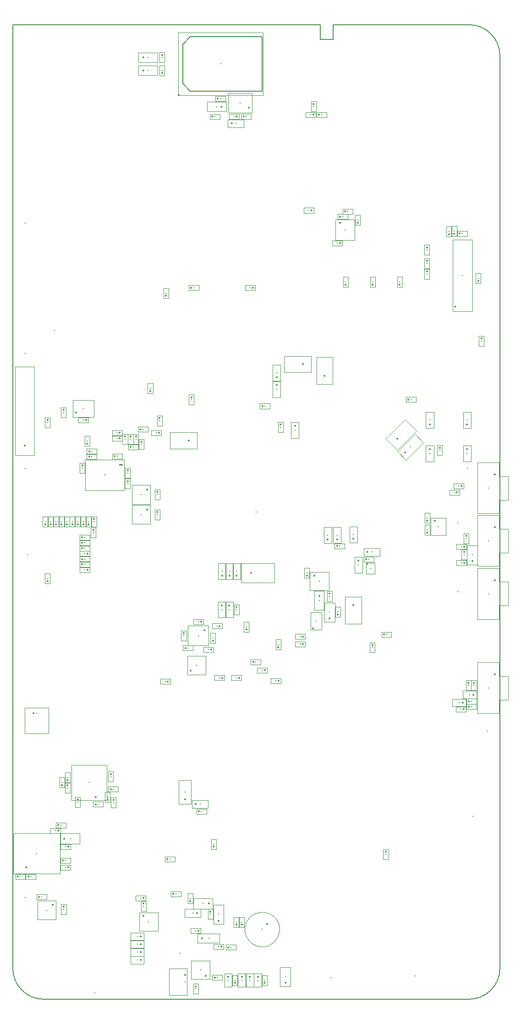
<source format=gbr>
%TF.GenerationSoftware,KiCad,Pcbnew,(5.99.0-459-gf0c386f5d-dirty)*%
%TF.CreationDate,2019-12-04T11:21:27+01:00*%
%TF.ProjectId,dvk-mx8m-bsb,64766b2d-6d78-4386-9d2d-6273622e6b69,v1.0.0*%
%TF.SameCoordinates,Original*%
%TF.FileFunction,Component,L6,Bot*%
%TF.FilePolarity,Positive*%
%FSLAX46Y46*%
G04 Gerber Fmt 4.6, Leading zero omitted, Abs format (unit mm)*
G04 Created by KiCad (PCBNEW (5.99.0-459-gf0c386f5d-dirty)) date 2019-12-04 11:21:27*
%MOMM*%
%LPD*%
G04 APERTURE LIST*
%TA.AperFunction,ComponentMain*%
%ADD10C,0.300000*%
%TD*%
%TA.AperFunction,ComponentOutline,Footprint*%
%ADD11C,0.100000*%
%TD*%
%TA.AperFunction,ComponentPin*%
%ADD12P,0.360000X4X0.000000*%
%TD*%
%TA.AperFunction,ComponentPin*%
%ADD13C,0.000000*%
%TD*%
%TA.AperFunction,ComponentOutline,Courtyard*%
%ADD14C,0.100000*%
%TD*%
%TA.AperFunction,Profile*%
%ADD15C,0.150000*%
%TD*%
G04 APERTURE END LIST*
D10*
%TO.C,"J1201"*%
%TO.CFtp,"FH34SRJ-6S-0.5SH"*%
%TO.CVal,"Touch"*%
%TO.CLbN,"dvk-mx8m-bsb"*%
%TO.CMnt,SMD*%
%TO.CRot,90*%
X91800000Y-235300000D03*
D11*
X92199999Y-237750000D02*
X88900000Y-237750000D01*
X88900000Y-232850000D01*
X92200000Y-232850000D01*
X92199999Y-237750000D01*
D12*
%TO.P,"J1201","1","Pin_1"*%
X91875000Y-234050000D03*
X91800000Y-234050000D03*
D13*
%TO.P,"J1201","7"*%
X89300000Y-233050000D03*
X89300000Y-237550000D03*
%TO.P,"J1201","6","Pin_6"*%
X91800000Y-236550000D03*
%TO.P,"J1201","5","Pin_5"*%
X91800000Y-236050000D03*
%TO.P,"J1201","4","Pin_4"*%
X91800000Y-235550000D03*
%TO.P,"J1201","3","Pin_3"*%
X91800000Y-235050000D03*
%TO.P,"J1201","2","Pin_2"*%
X91800000Y-234550000D03*
X91875000Y-234550000D03*
%TO.P,"J1201","3","Pin_3"*%
X91875000Y-235050000D03*
%TO.P,"J1201","4","Pin_4"*%
X91875000Y-235550000D03*
%TO.P,"J1201","5","Pin_5"*%
X91875000Y-236050000D03*
%TO.P,"J1201","6","Pin_6"*%
X91875000Y-236550000D03*
%TD*%
D10*
%TO.C,"U2001"*%
%TO.CFtp,"VCNL4040"*%
%TO.CVal,"VCNL4040"*%
%TO.CLbN,"dvk-mx8m-bsb"*%
%TO.CMnt,SMD*%
%TO.CRot,180*%
X102000000Y-72996000D03*
D14*
X99800000Y-74746000D02*
X104200000Y-74746000D01*
X104200000Y-71246000D01*
X99800000Y-71246000D01*
X99800000Y-74746000D01*
D12*
%TO.P,"U2001","1","GND"*%
X103612500Y-73846000D03*
D13*
%TO.P,"U2001","2","SNSRK"*%
X102537500Y-73846000D03*
%TO.P,"U2001","4","LEDA"*%
X100387500Y-73846000D03*
%TO.P,"U2001","3","VDD"*%
X101462500Y-73846000D03*
%TO.P,"U2001","6","INT"*%
X101462500Y-72146000D03*
%TO.P,"U2001","5","LEDK"*%
X100387500Y-72146000D03*
%TO.P,"U2001","7","SDA"*%
X102537500Y-72146000D03*
%TO.P,"U2001","8","SCL"*%
X103612500Y-72146000D03*
%TD*%
D10*
%TO.C,"U701"*%
%TO.CFtp,"NXP_VSSOP-8-1EP_2x2.3mm_SOT765-1"*%
%TO.CVal,"74LVC2G241"*%
%TO.CLbN,"dvk-mx8m-bsb"*%
%TO.CMnt,SMD*%
%TO.CRot,0*%
X73025000Y-129400000D03*
D14*
X71075000Y-127850000D02*
X71075000Y-130950000D01*
X74975000Y-130950000D01*
X74975000Y-127850000D01*
X71075000Y-127850000D01*
D12*
%TO.P,"U701","1","1~OE"*%
X71650000Y-130175000D03*
D13*
%TO.P,"U701","8","VCC"*%
X74400000Y-130175000D03*
%TO.P,"U701","7","2OE"*%
X74400000Y-129650000D03*
%TO.P,"U701","6","1Y"*%
X74400000Y-129150000D03*
%TO.P,"U701","5","2A"*%
X74400000Y-128625000D03*
%TO.P,"U701","4","GND"*%
X71650000Y-128625000D03*
%TO.P,"U701","3","2Y"*%
X71650000Y-129150000D03*
%TO.P,"U701","2","1A"*%
X71650000Y-129650000D03*
%TD*%
D10*
%TO.C,"U405"*%
%TO.CFtp,"AP22814"*%
%TO.CVal,"AP22814"*%
%TO.CLbN,"dvk-mx8m-bsb"*%
%TO.CMnt,SMD*%
%TO.CRot,0*%
X126097000Y-158926000D03*
D11*
X125262000Y-159976000D02*
X125262000Y-157876000D01*
X126932000Y-157876000D01*
X126932000Y-159976000D01*
X125262000Y-159976000D01*
D12*
%TO.P,"U405","1","VIN"*%
X125447000Y-158101000D03*
D13*
%TO.P,"U405","2","GND"*%
X126097000Y-158926000D03*
X126097000Y-158626000D03*
%TO.P,"U405","5","VOUT"*%
X126097000Y-159751000D03*
%TO.P,"U405","3","EN"*%
X126747000Y-158101000D03*
%TO.P,"U405","4","FLG"*%
X126747000Y-159751000D03*
%TO.P,"U405","6"*%
X125447000Y-159751000D03*
%TO.P,"U405","2","GND"*%
X126097000Y-158926000D03*
%TD*%
D10*
%TO.C,"LS1601"*%
%TO.CFtp,"Speaker_flat_15x11x4mm"*%
%TO.CVal,"AS01508MS-SP11"*%
%TO.CLbN,"dvk-mx8m-bsb"*%
%TO.CMnt,SMD*%
%TO.CRot,180*%
X98400000Y-65740000D03*
D14*
X90600000Y-59940000D02*
X106200000Y-59940000D01*
X106200000Y-71540000D01*
X90600000Y-71540000D01*
X90600000Y-59940000D01*
D12*
%TO.P,"LS1601","1","1"*%
X90640000Y-71500000D03*
D13*
%TO.P,"LS1601","2","2"*%
X90640000Y-59272880D03*
X90640000Y-61394200D03*
X92054200Y-59980000D03*
X89225786Y-59980000D03*
%TD*%
D10*
%TO.C,"DISP1201"*%
%TO.CFtp,"JH057N00900"*%
%TO.CVal,"Display_JH057N00900"*%
%TO.CLbN,"dvk-mx8m-bsb"*%
%TO.CMnt,SMD*%
%TO.CRot,180*%
X105000000Y-148500000D03*
%TD*%
%TO.C,"SW501"*%
%TO.CFtp,"Switch_CK_DPDT_JS202011JAQN"*%
%TO.CVal,"BOOT_SW"*%
%TO.CLbN,"dvk-mx8m-bsb"*%
%TO.CMnt,SMD*%
%TO.CRot,-90*%
X147845000Y-181000000D03*
D14*
X145845000Y-176300000D02*
X149845000Y-176300000D01*
X149845000Y-178800000D01*
X151545000Y-178800000D01*
X151545000Y-183200000D01*
X149845000Y-183200000D01*
X149845000Y-185700000D01*
X145845000Y-185700000D01*
X145845000Y-176300000D01*
D12*
%TO.P,"SW501","1","A"*%
X149045000Y-178500000D03*
D13*
%TO.P,"SW501","6","C"*%
X146645000Y-183500000D03*
%TO.P,"SW501","5","B"*%
X146645000Y-181000000D03*
%TO.P,"SW501","4","A"*%
X146645000Y-178500000D03*
%TO.P,"SW501","3","C"*%
X149045000Y-183500000D03*
%TO.P,"SW501","2","B"*%
X149045000Y-181000000D03*
%TD*%
D10*
%TO.C,"SW1301"*%
%TO.CFtp,"Switch_CK_DPDT_JS202011JAQN"*%
%TO.CVal,"MIC_CAM_HKS"*%
%TO.CLbN,"dvk-mx8m-bsb"*%
%TO.CMnt,SMD*%
%TO.CRot,-90*%
X147845000Y-163600000D03*
D14*
X145845000Y-158900000D02*
X149845000Y-158900000D01*
X149845000Y-161400000D01*
X151545000Y-161400000D01*
X151545000Y-165800000D01*
X149845000Y-165800000D01*
X149845000Y-168300000D01*
X145845000Y-168300000D01*
X145845000Y-158900000D01*
D12*
%TO.P,"SW1301","1","A"*%
X149045000Y-161100000D03*
D13*
%TO.P,"SW1301","6","C"*%
X146645000Y-166100000D03*
%TO.P,"SW1301","5","B"*%
X146645000Y-163600000D03*
%TO.P,"SW1301","4","A"*%
X146645000Y-161100000D03*
%TO.P,"SW1301","3","C"*%
X149045000Y-166100000D03*
%TO.P,"SW1301","2","B"*%
X149045000Y-163600000D03*
%TD*%
D10*
%TO.C,"SW1501"*%
%TO.CFtp,"Switch_CK_DPDT_JS202011JAQN"*%
%TO.CVal,"WWAN_HKS"*%
%TO.CLbN,"dvk-mx8m-bsb"*%
%TO.CMnt,SMD*%
%TO.CRot,-90*%
X147845000Y-153800000D03*
D14*
X145845000Y-149100000D02*
X149845000Y-149100000D01*
X149845000Y-151600000D01*
X151545000Y-151600000D01*
X151545000Y-156000000D01*
X149845000Y-156000000D01*
X149845000Y-158500000D01*
X145845000Y-158500000D01*
X145845000Y-149100000D01*
D12*
%TO.P,"SW1501","1","A"*%
X149045000Y-151300000D03*
D13*
%TO.P,"SW1501","6","C"*%
X146645000Y-156300000D03*
%TO.P,"SW1501","5","B"*%
X146645000Y-153800000D03*
%TO.P,"SW1501","4","A"*%
X146645000Y-151300000D03*
%TO.P,"SW1501","3","C"*%
X149045000Y-156300000D03*
%TO.P,"SW1501","2","B"*%
X149045000Y-153800000D03*
%TD*%
D10*
%TO.C,"SW1801"*%
%TO.CFtp,"Switch_CK_DPDT_JS202011JAQN"*%
%TO.CVal,"WLAN_HKS"*%
%TO.CLbN,"dvk-mx8m-bsb"*%
%TO.CMnt,SMD*%
%TO.CRot,-90*%
X147845000Y-144100000D03*
D14*
X145845000Y-139400000D02*
X149845000Y-139400000D01*
X149845000Y-141900000D01*
X151545000Y-141900000D01*
X151545000Y-146300000D01*
X149845000Y-146300000D01*
X149845000Y-148800000D01*
X145845000Y-148800000D01*
X145845000Y-139400000D01*
D12*
%TO.P,"SW1801","1","A"*%
X149045000Y-141600000D03*
D13*
%TO.P,"SW1801","6","C"*%
X146645000Y-146600000D03*
%TO.P,"SW1801","5","B"*%
X146645000Y-144100000D03*
%TO.P,"SW1801","4","A"*%
X146645000Y-141600000D03*
%TO.P,"SW1801","3","C"*%
X149045000Y-146600000D03*
%TO.P,"SW1801","2","B"*%
X149045000Y-144100000D03*
%TD*%
D10*
%TO.C,"G\002A\002A\002A"*%
%TO.CFtp,"usb_icon"*%
%TO.CVal,"LOGO"*%
%TO.CLbN,"dvk-mx8m-bsb"*%
%TO.CMnt,SMD*%
%TO.CRot,180*%
X90800000Y-230000000D03*
%TD*%
%TO.C,"Q1201"*%
%TO.CFtp,"FDV301N"*%
%TO.CVal,"FDV301N"*%
%TO.CLbN,"dvk-mx8m-bsb"*%
%TO.CMnt,SMD*%
%TO.CRot,180*%
X66300000Y-222050000D03*
D14*
X64600000Y-220300000D02*
X68000000Y-220300000D01*
X68000000Y-223800000D01*
X64600000Y-223800000D01*
X64600000Y-220300000D01*
D12*
%TO.P,"Q1201","1","G"*%
X67400000Y-221100000D03*
D13*
%TO.P,"Q1201","3","D"*%
X65200000Y-222050000D03*
%TO.P,"Q1201","2","S"*%
X67400000Y-223000000D03*
%TD*%
D10*
%TO.C,"C421"*%
%TO.CFtp,"C_0402_1005Metric"*%
%TO.CVal,"100nF"*%
%TO.CLbN,"Capacitor_SMD"*%
%TO.CMnt,SMD*%
%TO.CRot,90*%
X126500000Y-106000000D03*
D14*
X126970000Y-106930000D02*
X126030000Y-106930000D01*
X126030000Y-105070000D01*
X126970000Y-105070000D01*
X126970000Y-106930000D01*
D12*
%TO.P,"C421","1"*%
X126500000Y-106485000D03*
D13*
%TO.P,"C421","2"*%
X126500000Y-105515000D03*
%TD*%
D10*
%TO.C,"C404"*%
%TO.CFtp,"C_0402_1005Metric"*%
%TO.CVal,"100nF"*%
%TO.CLbN,"Capacitor_SMD"*%
%TO.CMnt,SMD*%
%TO.CRot,-90*%
X87119000Y-131632000D03*
D14*
X86649000Y-130702000D02*
X87589000Y-130702000D01*
X87589000Y-132562000D01*
X86649000Y-132562000D01*
X86649000Y-130702000D01*
D12*
%TO.P,"C404","1"*%
X87119000Y-131147000D03*
D13*
%TO.P,"C404","2"*%
X87119000Y-132117000D03*
%TD*%
D10*
%TO.C,"C402"*%
%TO.CFtp,"C_0402_1005Metric"*%
%TO.CVal,"100nF"*%
%TO.CLbN,"Capacitor_SMD"*%
%TO.CMnt,SMD*%
%TO.CRot,0*%
X90155000Y-219060000D03*
D14*
X89225000Y-219530000D02*
X89225000Y-218590000D01*
X91085000Y-218590000D01*
X91085000Y-219530000D01*
X89225000Y-219530000D01*
D12*
%TO.P,"C402","1"*%
X89670000Y-219060000D03*
D13*
%TO.P,"C402","2"*%
X90640000Y-219060000D03*
%TD*%
D10*
%TO.C,"C431"*%
%TO.CFtp,"C_0402_1005Metric"*%
%TO.CVal,"100nF"*%
%TO.CLbN,"Capacitor_SMD"*%
%TO.CMnt,SMD*%
%TO.CRot,0*%
X89020000Y-212635000D03*
D14*
X88090000Y-213105000D02*
X88090000Y-212165000D01*
X89950000Y-212165000D01*
X89950000Y-213105000D01*
X88090000Y-213105000D01*
D12*
%TO.P,"C431","1"*%
X88535000Y-212635000D03*
D13*
%TO.P,"C431","2"*%
X89505000Y-212635000D03*
%TD*%
D10*
%TO.C,"C429"*%
%TO.CFtp,"C_0402_1005Metric"*%
%TO.CVal,"100nF"*%
%TO.CLbN,"Capacitor_SMD"*%
%TO.CMnt,SMD*%
%TO.CRot,180*%
X103850000Y-107100000D03*
D14*
X102920000Y-106630000D02*
X104780000Y-106630000D01*
X104780000Y-107570000D01*
X102920000Y-107570000D01*
X102920000Y-106630000D01*
D12*
%TO.P,"C429","1"*%
X104335000Y-107100000D03*
D13*
%TO.P,"C429","2"*%
X103365000Y-107100000D03*
%TD*%
D10*
%TO.C,"C424"*%
%TO.CFtp,"C_0402_1005Metric"*%
%TO.CVal,"100nF"*%
%TO.CLbN,"Capacitor_SMD"*%
%TO.CMnt,SMD*%
%TO.CRot,-90*%
X126450000Y-173525000D03*
D14*
X125980000Y-172595000D02*
X126920000Y-172595000D01*
X126920000Y-174455000D01*
X125980000Y-174455000D01*
X125980000Y-172595000D01*
D12*
%TO.P,"C424","1"*%
X126450000Y-173040000D03*
D13*
%TO.P,"C424","2"*%
X126450000Y-174010000D03*
%TD*%
D10*
%TO.C,"C430"*%
%TO.CFtp,"C_0402_1005Metric"*%
%TO.CVal,"100nF"*%
%TO.CLbN,"Capacitor_SMD"*%
%TO.CMnt,SMD*%
%TO.CRot,-90*%
X93000000Y-127800000D03*
D14*
X92530000Y-126870000D02*
X93470000Y-126870000D01*
X93470000Y-128730000D01*
X92530000Y-128730000D01*
X92530000Y-126870000D01*
D12*
%TO.P,"C430","1"*%
X93000000Y-127315000D03*
D13*
%TO.P,"C430","2"*%
X93000000Y-128285000D03*
%TD*%
D10*
%TO.C,"C425"*%
%TO.CFtp,"C_0402_1005Metric"*%
%TO.CVal,"100nF"*%
%TO.CLbN,"Capacitor_SMD"*%
%TO.CMnt,SMD*%
%TO.CRot,90*%
X121500000Y-106000000D03*
D14*
X121970000Y-106930000D02*
X121030000Y-106930000D01*
X121030000Y-105070000D01*
X121970000Y-105070000D01*
X121970000Y-106930000D01*
D12*
%TO.P,"C425","1"*%
X121500000Y-106485000D03*
D13*
%TO.P,"C425","2"*%
X121500000Y-105515000D03*
%TD*%
D10*
%TO.C,"C420"*%
%TO.CFtp,"C_0402_1005Metric"*%
%TO.CVal,"100nF"*%
%TO.CLbN,"Capacitor_SMD"*%
%TO.CMnt,SMD*%
%TO.CRot,90*%
X73750000Y-135400000D03*
D14*
X74220000Y-136330000D02*
X73280000Y-136330000D01*
X73280000Y-134470000D01*
X74220000Y-134470000D01*
X74220000Y-136330000D01*
D12*
%TO.P,"C420","1"*%
X73750000Y-135885000D03*
D13*
%TO.P,"C420","2"*%
X73750000Y-134915000D03*
%TD*%
D10*
%TO.C,"C413"*%
%TO.CFtp,"C_0402_1005Metric"*%
%TO.CVal,"100nF"*%
%TO.CLbN,"Capacitor_SMD"*%
%TO.CMnt,SMD*%
%TO.CRot,90*%
X85400000Y-125665000D03*
D14*
X85870000Y-126595000D02*
X84930000Y-126595000D01*
X84930000Y-124735000D01*
X85870000Y-124735000D01*
X85870000Y-126595000D01*
D12*
%TO.P,"C413","1"*%
X85400000Y-126150000D03*
D13*
%TO.P,"C413","2"*%
X85400000Y-125180000D03*
%TD*%
D10*
%TO.C,"C433"*%
%TO.CFtp,"C_0402_1005Metric"*%
%TO.CVal,"100nF"*%
%TO.CLbN,"Capacitor_SMD"*%
%TO.CMnt,SMD*%
%TO.CRot,90*%
X97100000Y-209865000D03*
D14*
X97570000Y-210795000D02*
X96630000Y-210795000D01*
X96630000Y-208935000D01*
X97570000Y-208935000D01*
X97570000Y-210795000D01*
D12*
%TO.P,"C433","1"*%
X97100000Y-210350000D03*
D13*
%TO.P,"C433","2"*%
X97100000Y-209380000D03*
%TD*%
D10*
%TO.C,"C422"*%
%TO.CFtp,"C_0402_1005Metric"*%
%TO.CVal,"100nF"*%
%TO.CLbN,"Capacitor_SMD"*%
%TO.CMnt,SMD*%
%TO.CRot,-90*%
X136500000Y-100100000D03*
D14*
X136030000Y-99170000D02*
X136970000Y-99170000D01*
X136970000Y-101030000D01*
X136030000Y-101030000D01*
X136030000Y-99170000D01*
D12*
%TO.P,"C422","1"*%
X136500000Y-99615000D03*
D13*
%TO.P,"C422","2"*%
X136500000Y-100585000D03*
%TD*%
D10*
%TO.C,"C403"*%
%TO.CFtp,"C_0402_1005Metric"*%
%TO.CVal,"100nF"*%
%TO.CLbN,"Capacitor_SMD"*%
%TO.CMnt,SMD*%
%TO.CRot,0*%
X97335000Y-75450000D03*
D14*
X96405000Y-75920000D02*
X96405000Y-74980000D01*
X98265000Y-74980000D01*
X98265000Y-75920000D01*
X96405000Y-75920000D01*
D12*
%TO.P,"C403","1"*%
X96850000Y-75450000D03*
D13*
%TO.P,"C403","2"*%
X97820000Y-75450000D03*
%TD*%
D10*
%TO.C,"C415"*%
%TO.CFtp,"C_0402_1005Metric"*%
%TO.CVal,"100nF"*%
%TO.CLbN,"Capacitor_SMD"*%
%TO.CMnt,SMD*%
%TO.CRot,-90*%
X136500000Y-104546514D03*
D14*
X136030000Y-103616514D02*
X136970000Y-103616514D01*
X136970000Y-105476514D01*
X136030000Y-105476514D01*
X136030000Y-103616514D01*
D12*
%TO.P,"C415","1"*%
X136500000Y-104061514D03*
D13*
%TO.P,"C415","2"*%
X136500000Y-105031514D03*
%TD*%
D10*
%TO.C,"C435"*%
%TO.CFtp,"C_0402_1005Metric"*%
%TO.CVal,"100nF"*%
%TO.CLbN,"Capacitor_SMD"*%
%TO.CMnt,SMD*%
%TO.CRot,90*%
X88300000Y-108087920D03*
D14*
X88770000Y-109017920D02*
X87830000Y-109017920D01*
X87830000Y-107157920D01*
X88770000Y-107157920D01*
X88770000Y-109017920D01*
D12*
%TO.P,"C435","1"*%
X88300000Y-108572920D03*
D13*
%TO.P,"C435","2"*%
X88300000Y-107602920D03*
%TD*%
D10*
%TO.C,"C419"*%
%TO.CFtp,"C_0402_1005Metric"*%
%TO.CVal,"100nF"*%
%TO.CLbN,"Capacitor_SMD"*%
%TO.CMnt,SMD*%
%TO.CRot,-90*%
X136500000Y-102616514D03*
D14*
X136030000Y-101686514D02*
X136970000Y-101686514D01*
X136970000Y-103546514D01*
X136030000Y-103546514D01*
X136030000Y-101686514D01*
D12*
%TO.P,"C419","1"*%
X136500000Y-102131514D03*
D13*
%TO.P,"C419","2"*%
X136500000Y-103101514D03*
%TD*%
D10*
%TO.C,"C438"*%
%TO.CFtp,"C_0402_1005Metric"*%
%TO.CVal,"100nF"*%
%TO.CLbN,"Capacitor_SMD"*%
%TO.CMnt,SMD*%
%TO.CRot,-90*%
X146600000Y-116900000D03*
D14*
X146130000Y-115970000D02*
X147070000Y-115970000D01*
X147070000Y-117830000D01*
X146130000Y-117830000D01*
X146130000Y-115970000D01*
D12*
%TO.P,"C438","1"*%
X146600000Y-116415000D03*
D13*
%TO.P,"C438","2"*%
X146600000Y-117385000D03*
%TD*%
D10*
%TO.C,"C401"*%
%TO.CFtp,"C_0402_1005Metric"*%
%TO.CVal,"100nF"*%
%TO.CLbN,"Capacitor_SMD"*%
%TO.CMnt,SMD*%
%TO.CRot,180*%
X88165000Y-179800000D03*
D14*
X87235000Y-179330000D02*
X89095000Y-179330000D01*
X89095000Y-180270000D01*
X87235000Y-180270000D01*
X87235000Y-179330000D01*
D12*
%TO.P,"C401","1"*%
X88650000Y-179800000D03*
D13*
%TO.P,"C401","2"*%
X87680000Y-179800000D03*
%TD*%
D10*
%TO.C,"C411"*%
%TO.CFtp,"C_0402_1005Metric"*%
%TO.CVal,"100nF"*%
%TO.CLbN,"Capacitor_SMD"*%
%TO.CMnt,SMD*%
%TO.CRot,-90*%
X128925000Y-211768500D03*
D14*
X128455000Y-210838500D02*
X129395000Y-210838500D01*
X129395000Y-212698500D01*
X128455000Y-212698500D01*
X128455000Y-210838500D01*
D12*
%TO.P,"C411","1"*%
X128925000Y-211283500D03*
D13*
%TO.P,"C411","2"*%
X128925000Y-212253500D03*
%TD*%
D10*
%TO.C,"C417"*%
%TO.CFtp,"C_0402_1005Metric"*%
%TO.CVal,"100nF"*%
%TO.CLbN,"Capacitor_SMD"*%
%TO.CMnt,SMD*%
%TO.CRot,-90*%
X78600000Y-202155000D03*
D14*
X78130000Y-201225000D02*
X79070000Y-201225000D01*
X79070000Y-203085000D01*
X78130000Y-203085000D01*
X78130000Y-201225000D01*
D12*
%TO.P,"C417","1"*%
X78600000Y-201670000D03*
D13*
%TO.P,"C417","2"*%
X78600000Y-202640000D03*
%TD*%
D10*
%TO.C,"C409"*%
%TO.CFtp,"C_0402_1005Metric"*%
%TO.CVal,"100nF"*%
%TO.CLbN,"Capacitor_SMD"*%
%TO.CMnt,SMD*%
%TO.CRot,0*%
X129050000Y-171150000D03*
D14*
X128120000Y-171620000D02*
X128120000Y-170680000D01*
X129980000Y-170680000D01*
X129980000Y-171620000D01*
X128120000Y-171620000D01*
D12*
%TO.P,"C409","1"*%
X128565000Y-171150000D03*
D13*
%TO.P,"C409","2"*%
X129535000Y-171150000D03*
%TD*%
D10*
%TO.C,"C436"*%
%TO.CFtp,"C_0402_1005Metric"*%
%TO.CVal,"100nF"*%
%TO.CLbN,"Capacitor_SMD"*%
%TO.CMnt,SMD*%
%TO.CRot,0*%
X133590000Y-127750000D03*
D14*
X132660000Y-128220000D02*
X132660000Y-127280000D01*
X134520000Y-127280000D01*
X134520000Y-128220000D01*
X132660000Y-128220000D01*
D12*
%TO.P,"C436","1"*%
X133105000Y-127750000D03*
D13*
%TO.P,"C436","2"*%
X134075000Y-127750000D03*
%TD*%
D10*
%TO.C,"C426"*%
%TO.CFtp,"C_0402_1005Metric"*%
%TO.CVal,"100nF"*%
%TO.CLbN,"Capacitor_SMD"*%
%TO.CMnt,SMD*%
%TO.CRot,180*%
X114700000Y-92800000D03*
D14*
X113770000Y-92330000D02*
X115630000Y-92330000D01*
X115630000Y-93270000D01*
X113770000Y-93270000D01*
X113770000Y-92330000D01*
D12*
%TO.P,"C426","1"*%
X115185000Y-92800000D03*
D13*
%TO.P,"C426","2"*%
X114215000Y-92800000D03*
%TD*%
D10*
%TO.C,"C432"*%
%TO.CFtp,"C_0402_1005Metric"*%
%TO.CVal,"100nF"*%
%TO.CLbN,"Capacitor_SMD"*%
%TO.CMnt,SMD*%
%TO.CRot,0*%
X93450000Y-107100000D03*
D14*
X92520000Y-107570000D02*
X92520000Y-106630000D01*
X94380000Y-106630000D01*
X94380000Y-107570000D01*
X92520000Y-107570000D01*
D12*
%TO.P,"C432","1"*%
X92965000Y-107100000D03*
D13*
%TO.P,"C432","2"*%
X93935000Y-107100000D03*
%TD*%
D10*
%TO.C,"C405"*%
%TO.CFtp,"C_0402_1005Metric"*%
%TO.CVal,"100nF"*%
%TO.CLbN,"Capacitor_SMD"*%
%TO.CMnt,SMD*%
%TO.CRot,90*%
X131500000Y-106000000D03*
D14*
X131970000Y-106930000D02*
X131030000Y-106930000D01*
X131030000Y-105070000D01*
X131970000Y-105070000D01*
X131970000Y-106930000D01*
D12*
%TO.P,"C405","1"*%
X131500000Y-106485000D03*
D13*
%TO.P,"C405","2"*%
X131500000Y-105515000D03*
%TD*%
D10*
%TO.C,"C428"*%
%TO.CFtp,"C_0402_1005Metric"*%
%TO.CVal,"100nF"*%
%TO.CLbN,"Capacitor_SMD"*%
%TO.CMnt,SMD*%
%TO.CRot,0*%
X106600000Y-128950000D03*
D14*
X105670000Y-129420000D02*
X105670000Y-128480000D01*
X107530000Y-128480000D01*
X107530000Y-129420000D01*
X105670000Y-129420000D01*
D12*
%TO.P,"C428","1"*%
X106115000Y-128950000D03*
D13*
%TO.P,"C428","2"*%
X107085000Y-128950000D03*
%TD*%
D10*
%TO.C,"R412"*%
%TO.CFtp,"R_0402_1005Metric"*%
%TO.CVal,"10k"*%
%TO.CLbN,"Resistor_SMD"*%
%TO.CMnt,SMD*%
%TO.CRot,0*%
X121865000Y-92975000D03*
D14*
X120935000Y-93445000D02*
X120935000Y-92505000D01*
X122795000Y-92505000D01*
X122795000Y-93445000D01*
X120935000Y-93445000D01*
D12*
%TO.P,"R412","1"*%
X121380000Y-92975000D03*
D13*
%TO.P,"R412","2"*%
X122350000Y-92975000D03*
%TD*%
D10*
%TO.C,"C451"*%
%TO.CFtp,"C_0402_1005Metric"*%
%TO.CVal,"1uF"*%
%TO.CLbN,"Capacitor_SMD"*%
%TO.CMnt,SMD*%
%TO.CRot,180*%
X119965000Y-98825000D03*
D14*
X119035000Y-98355000D02*
X120895000Y-98355000D01*
X120895000Y-99295000D01*
X119035000Y-99295000D01*
X119035000Y-98355000D01*
D12*
%TO.P,"C451","1"*%
X120450000Y-98825000D03*
D13*
%TO.P,"C451","2"*%
X119480000Y-98825000D03*
%TD*%
D10*
%TO.C,"JP404"*%
%TO.CFtp,"PinHeader_1x02_P2.00mm_Vertical"*%
%TO.CVal,"NC"*%
%TO.CLbN,"Connector_PinHeader_2.00mm"*%
%TO.CMnt,TH*%
%TO.CRot,90*%
X92525000Y-135300000D03*
D14*
X89025000Y-136800000D02*
X94025000Y-136800000D01*
X94025000Y-133800000D01*
X89025000Y-133800000D01*
X89025000Y-136800000D01*
D12*
%TO.P,"JP404","1","Pin_1"*%
X92525000Y-135300000D03*
D13*
%TO.P,"JP404","2","Pin_2"*%
X90525000Y-135300000D03*
%TD*%
D10*
%TO.C,"Q1202"*%
%TO.CFtp,"FDV301N"*%
%TO.CVal,"FDV301N"*%
%TO.CLbN,"dvk-mx8m-bsb"*%
%TO.CMnt,SMD*%
%TO.CRot,90*%
X94700000Y-233100000D03*
D14*
X92950000Y-231400000D02*
X96450000Y-231400000D01*
X96450000Y-234800000D01*
X92950000Y-234800000D01*
X92950000Y-231400000D01*
D12*
%TO.P,"Q1202","1","G"*%
X95650000Y-234200000D03*
D13*
%TO.P,"Q1202","3","D"*%
X94700000Y-232000000D03*
%TO.P,"Q1202","2","S"*%
X93750000Y-234200000D03*
%TD*%
D10*
%TO.C,"R1203"*%
%TO.CFtp,"R_0402_1005Metric"*%
%TO.CVal,"10k"*%
%TO.CLbN,"Resistor_SMD"*%
%TO.CMnt,SMD*%
%TO.CRot,180*%
X98000000Y-228800000D03*
D14*
X97070000Y-228330000D02*
X98930000Y-228330000D01*
X98930000Y-229270000D01*
X97070000Y-229270000D01*
X97070000Y-228330000D01*
D12*
%TO.P,"R1203","1"*%
X98485000Y-228800000D03*
D13*
%TO.P,"R1203","2"*%
X97515000Y-228800000D03*
%TD*%
D10*
%TO.C,"U403"*%
%TO.CFtp,"MIC5365-2.8YD5"*%
%TO.CVal,"MIC5365-2.8"*%
%TO.CLbN,"dvk-mx8m-bsb"*%
%TO.CMnt,SMD*%
%TO.CRot,-90*%
X121400000Y-96400000D03*
D14*
X119600000Y-98300000D02*
X119600000Y-94500000D01*
X123200000Y-94500000D01*
X123200000Y-98300000D01*
X119600000Y-98300000D01*
D12*
%TO.P,"U403","1","IN"*%
X120450000Y-95100000D03*
D13*
%TO.P,"U403","5","OUT"*%
X120450000Y-97700000D03*
%TO.P,"U403","4","NC"*%
X122350000Y-97700000D03*
%TO.P,"U403","3","EN"*%
X122350000Y-95100000D03*
%TO.P,"U403","2","GND"*%
X121400000Y-95100000D03*
%TD*%
D10*
%TO.C,"R1202"*%
%TO.CFtp,"R_0402_1005Metric"*%
%TO.CVal,"10k"*%
%TO.CLbN,"Resistor_SMD"*%
%TO.CMnt,SMD*%
%TO.CRot,-90*%
X69400000Y-221915000D03*
D14*
X68930000Y-220985000D02*
X69870000Y-220985000D01*
X69870000Y-222845000D01*
X68930000Y-222845000D01*
X68930000Y-220985000D01*
D12*
%TO.P,"R1202","1"*%
X69400000Y-221430000D03*
D13*
%TO.P,"R1202","2"*%
X69400000Y-222400000D03*
%TD*%
D10*
%TO.C,"C447"*%
%TO.CFtp,"C_0402_1005Metric"*%
%TO.CVal,"1uF"*%
%TO.CLbN,"Capacitor_SMD"*%
%TO.CMnt,SMD*%
%TO.CRot,90*%
X123725000Y-94615000D03*
D14*
X124195000Y-95545000D02*
X123255000Y-95545000D01*
X123255000Y-93685000D01*
X124195000Y-93685000D01*
X124195000Y-95545000D01*
D12*
%TO.P,"C447","1"*%
X123725000Y-95100000D03*
D13*
%TO.P,"C447","2"*%
X123725000Y-94130000D03*
%TD*%
D10*
%TO.C,"R1204"*%
%TO.CFtp,"R_0402_1005Metric"*%
%TO.CVal,"10k"*%
%TO.CLbN,"Resistor_SMD"*%
%TO.CMnt,SMD*%
%TO.CRot,0*%
X97800000Y-234500000D03*
D14*
X96870000Y-234970000D02*
X96870000Y-234030000D01*
X98730000Y-234030000D01*
X98730000Y-234970000D01*
X96870000Y-234970000D01*
D12*
%TO.P,"R1204","1"*%
X97315000Y-234500000D03*
D13*
%TO.P,"R1204","2"*%
X98285000Y-234500000D03*
%TD*%
D10*
%TO.C,"C1201"*%
%TO.CFtp,"C_0402_1005Metric"*%
%TO.CVal,"100nF"*%
%TO.CLbN,"Capacitor_SMD"*%
%TO.CMnt,SMD*%
%TO.CRot,-90*%
X93800000Y-236600000D03*
D14*
X93330000Y-235670000D02*
X94270000Y-235670000D01*
X94270000Y-237530000D01*
X93330000Y-237530000D01*
X93330000Y-235670000D01*
D12*
%TO.P,"C1201","1"*%
X93800000Y-236115000D03*
D13*
%TO.P,"C1201","2"*%
X93800000Y-237085000D03*
%TD*%
D10*
%TO.C,"R1201"*%
%TO.CFtp,"R_0402_1005Metric"*%
%TO.CVal,"10k"*%
%TO.CLbN,"Resistor_SMD"*%
%TO.CMnt,SMD*%
%TO.CRot,0*%
X65345000Y-219600000D03*
D14*
X64415000Y-220070000D02*
X64415000Y-219130000D01*
X66275000Y-219130000D01*
X66275000Y-220070000D01*
X64415000Y-220070000D01*
D12*
%TO.P,"R1201","1"*%
X64860000Y-219600000D03*
D13*
%TO.P,"R1201","2"*%
X65830000Y-219600000D03*
%TD*%
D10*
%TO.C,"C443"*%
%TO.CFtp,"C_0402_1005Metric"*%
%TO.CVal,"1uF"*%
%TO.CLbN,"Capacitor_SMD"*%
%TO.CMnt,SMD*%
%TO.CRot,0*%
X120925000Y-93975000D03*
D14*
X119995000Y-94445000D02*
X119995000Y-93505000D01*
X121855000Y-93505000D01*
X121855000Y-94445000D01*
X119995000Y-94445000D01*
D12*
%TO.P,"C443","1"*%
X120440000Y-93975000D03*
D13*
%TO.P,"C443","2"*%
X121410000Y-93975000D03*
%TD*%
D10*
%TO.C,"C1208"*%
%TO.CFtp,"C_0402_1005Metric"*%
%TO.CVal,"10nF"*%
%TO.CLbN,"Capacitor_SMD"*%
%TO.CMnt,SMD*%
%TO.CRot,90*%
X141575000Y-96600000D03*
D14*
X142045000Y-97530000D02*
X141105000Y-97530000D01*
X141105000Y-95670000D01*
X142045000Y-95670000D01*
X142045000Y-97530000D01*
D12*
%TO.P,"C1208","1"*%
X141575000Y-97085000D03*
D13*
%TO.P,"C1208","2"*%
X141575000Y-96115000D03*
%TD*%
D10*
%TO.C,"C1207"*%
%TO.CFtp,"C_0402_1005Metric"*%
%TO.CVal,"100nF"*%
%TO.CLbN,"Capacitor_SMD"*%
%TO.CMnt,SMD*%
%TO.CRot,0*%
X143050000Y-97050000D03*
D14*
X142120000Y-97520000D02*
X142120000Y-96580000D01*
X143980000Y-96580000D01*
X143980000Y-97520000D01*
X142120000Y-97520000D01*
D12*
%TO.P,"C1207","1"*%
X142565000Y-97050000D03*
D13*
%TO.P,"C1207","2"*%
X143535000Y-97050000D03*
%TD*%
D10*
%TO.C,"C1210"*%
%TO.CFtp,"C_0402_1005Metric"*%
%TO.CVal,"100pF"*%
%TO.CLbN,"Capacitor_SMD"*%
%TO.CMnt,SMD*%
%TO.CRot,90*%
X140575000Y-96700000D03*
D14*
X141045000Y-97630000D02*
X140105000Y-97630000D01*
X140105000Y-95770000D01*
X141045000Y-95770000D01*
X141045000Y-97630000D01*
D12*
%TO.P,"C1210","1"*%
X140575000Y-97185000D03*
D13*
%TO.P,"C1210","2"*%
X140575000Y-96215000D03*
%TD*%
D10*
%TO.C,"R1205"*%
%TO.CFtp,"R_0402_1005Metric"*%
%TO.CVal,"10k"*%
%TO.CLbN,"Resistor_SMD"*%
%TO.CMnt,SMD*%
%TO.CRot,-90*%
X143800000Y-153400000D03*
D14*
X143330000Y-152470000D02*
X144270000Y-152470000D01*
X144270000Y-154330000D01*
X143330000Y-154330000D01*
X143330000Y-152470000D01*
D12*
%TO.P,"R1205","1"*%
X143800000Y-152915000D03*
D13*
%TO.P,"R1205","2"*%
X143800000Y-153885000D03*
%TD*%
D10*
%TO.C,"C1206"*%
%TO.CFtp,"C_0402_1005Metric"*%
%TO.CVal,"100nF"*%
%TO.CLbN,"Capacitor_SMD"*%
%TO.CMnt,SMD*%
%TO.CRot,90*%
X146000000Y-105335000D03*
D14*
X146470000Y-106265000D02*
X145530000Y-106265000D01*
X145530000Y-104405000D01*
X146470000Y-104405000D01*
X146470000Y-106265000D01*
D12*
%TO.P,"C1206","1"*%
X146000000Y-105820000D03*
D13*
%TO.P,"C1206","2"*%
X146000000Y-104850000D03*
%TD*%
D10*
%TO.C,"J1202"*%
%TO.CFtp,"Conn_Hirose_FPC_39x0_3"*%
%TO.CVal,"LCD"*%
%TO.CLbN,"dvk-mx8m-bsb"*%
%TO.CMnt,SMD*%
%TO.CRot,90*%
X143100000Y-104850000D03*
D11*
X144899999Y-111450000D02*
X141300000Y-111450000D01*
X141300001Y-98250000D01*
X144900000Y-98250000D01*
X144899999Y-111450000D01*
D12*
%TO.P,"J1202","1","Pin_1"*%
X141700000Y-110550000D03*
D13*
%TO.P,"J1202","38","Pin_38"*%
X144575000Y-99450000D03*
%TO.P,"J1202","36","Pin_36"*%
X144575000Y-100050000D03*
%TO.P,"J1202","34","Pin_34"*%
X144575000Y-100650000D03*
%TO.P,"J1202","32","Pin_32"*%
X144575000Y-101250000D03*
%TO.P,"J1202","30","Pin_30"*%
X144575000Y-101850000D03*
%TO.P,"J1202","28","Pin_28"*%
X144575000Y-102450000D03*
%TO.P,"J1202","26","Pin_26"*%
X144575000Y-103050000D03*
%TO.P,"J1202","24","Pin_24"*%
X144575000Y-103650000D03*
%TO.P,"J1202","22","Pin_22"*%
X144575000Y-104250000D03*
%TO.P,"J1202","20","Pin_20"*%
X144575000Y-104850000D03*
%TO.P,"J1202","2","Pin_2"*%
X144575000Y-110250000D03*
%TO.P,"J1202","4","Pin_4"*%
X144575000Y-109650000D03*
%TO.P,"J1202","6","Pin_6"*%
X144575000Y-109050000D03*
%TO.P,"J1202","8","Pin_8"*%
X144575000Y-108450000D03*
%TO.P,"J1202","10","Pin_10"*%
X144575000Y-107850000D03*
%TO.P,"J1202","12","Pin_12"*%
X144575000Y-107250000D03*
%TO.P,"J1202","14","Pin_14"*%
X144575000Y-106650000D03*
%TO.P,"J1202","16","Pin_16"*%
X144575000Y-106050000D03*
%TO.P,"J1202","18","Pin_18"*%
X144575000Y-105450000D03*
%TO.P,"J1202","17","Pin_17"*%
X141700000Y-105750000D03*
%TO.P,"J1202","15","Pin_15"*%
X141700000Y-106350000D03*
%TO.P,"J1202","13","Pin_13"*%
X141700000Y-106950000D03*
%TO.P,"J1202","11","Pin_11"*%
X141700000Y-107550000D03*
%TO.P,"J1202","9","Pin_9"*%
X141700000Y-108150000D03*
%TO.P,"J1202","7","Pin_7"*%
X141700000Y-108750000D03*
%TO.P,"J1202","5","Pin_5"*%
X141700000Y-109350000D03*
%TO.P,"J1202","3","Pin_3"*%
X141700000Y-109950000D03*
%TO.P,"J1202","19","Pin_19"*%
X141700000Y-105150000D03*
%TO.P,"J1202","21","Pin_21"*%
X141700000Y-104550000D03*
%TO.P,"J1202","23","Pin_23"*%
X141700000Y-103950000D03*
%TO.P,"J1202","25","Pin_25"*%
X141700000Y-103350000D03*
%TO.P,"J1202","27","Pin_27"*%
X141700000Y-102750000D03*
%TO.P,"J1202","29","Pin_29"*%
X141700000Y-102150000D03*
%TO.P,"J1202","31","Pin_31"*%
X141700000Y-101550000D03*
%TO.P,"J1202","33","Pin_33"*%
X141700000Y-100950000D03*
%TO.P,"J1202","35","Pin_35"*%
X141700000Y-100350000D03*
%TO.P,"J1202","37","Pin_37"*%
X141700000Y-99750000D03*
%TO.P,"J1202","39","Pin_39"*%
X141700000Y-99150000D03*
%TO.P,"J1202","MNT2"*%
X141975000Y-98450000D03*
%TO.P,"J1202","MNT1"*%
X141975000Y-111250000D03*
%TD*%
D10*
%TO.C,"R413"*%
%TO.CFtp,"R_1206_3216Metric"*%
%TO.CVal,"NC"*%
%TO.CLbN,"Resistor_SMD"*%
%TO.CMnt,SMD*%
%TO.CRot,45*%
X133500000Y-136500000D03*
D14*
X132679756Y-138904163D02*
X131095837Y-137320244D01*
X134320244Y-134095837D01*
X135904163Y-135679756D01*
X132679756Y-138904163D01*
D12*
%TO.P,"R413","1"*%
X132510051Y-137489949D03*
D13*
%TO.P,"R413","2"*%
X134489949Y-135510051D03*
%TD*%
D10*
%TO.C,"C412"*%
%TO.CFtp,"C_0603_1608Metric"*%
%TO.CVal,"4.7uF"*%
%TO.CLbN,"Capacitor_SMD"*%
%TO.CMnt,SMD*%
%TO.CRot,90*%
X122950000Y-152660000D03*
D14*
X123680000Y-154140000D02*
X122220000Y-154140000D01*
X122220000Y-151180000D01*
X123680000Y-151180000D01*
X123680000Y-154140000D01*
D12*
%TO.P,"C412","1"*%
X122950000Y-153447500D03*
D13*
%TO.P,"C412","2"*%
X122950000Y-151872500D03*
%TD*%
D10*
%TO.C,"C441"*%
%TO.CFtp,"C_0603_1608Metric"*%
%TO.CVal,"22uF"*%
%TO.CLbN,"Capacitor_SMD"*%
%TO.CMnt,SMD*%
%TO.CRot,90*%
X119915000Y-152790000D03*
D14*
X120645000Y-154270000D02*
X119185000Y-154270000D01*
X119185000Y-151310000D01*
X120645000Y-151310000D01*
X120645000Y-154270000D01*
D12*
%TO.P,"C441","1"*%
X119915000Y-153577500D03*
D13*
%TO.P,"C441","2"*%
X119915000Y-152002500D03*
%TD*%
D10*
%TO.C,"C442"*%
%TO.CFtp,"C_0603_1608Metric"*%
%TO.CVal,"22uF"*%
%TO.CLbN,"Capacitor_SMD"*%
%TO.CMnt,SMD*%
%TO.CRot,90*%
X118200000Y-152790000D03*
D14*
X118930000Y-154270000D02*
X117470000Y-154270000D01*
X117470000Y-151310000D01*
X118930000Y-151310000D01*
X118930000Y-154270000D01*
D12*
%TO.P,"C442","1"*%
X118200000Y-153577500D03*
D13*
%TO.P,"C442","2"*%
X118200000Y-152002500D03*
%TD*%
D10*
%TO.C,"C445"*%
%TO.CFtp,"C_0603_1608Metric"*%
%TO.CVal,"22uF"*%
%TO.CLbN,"Capacitor_SMD"*%
%TO.CMnt,SMD*%
%TO.CRot,0*%
X126350000Y-155900000D03*
D14*
X124870000Y-156630000D02*
X124870000Y-155170000D01*
X127830000Y-155170000D01*
X127830000Y-156630000D01*
X124870000Y-156630000D01*
D12*
%TO.P,"C445","1"*%
X125562500Y-155900000D03*
D13*
%TO.P,"C445","2"*%
X127137500Y-155900000D03*
%TD*%
D10*
%TO.C,"C448"*%
%TO.CFtp,"C_0603_1608Metric"*%
%TO.CVal,"22uF"*%
%TO.CLbN,"Capacitor_SMD"*%
%TO.CMnt,SMD*%
%TO.CRot,-90*%
X123875000Y-158275000D03*
D14*
X123145000Y-156795000D02*
X124605000Y-156795000D01*
X124605000Y-159755000D01*
X123145000Y-159755000D01*
X123145000Y-156795000D01*
D12*
%TO.P,"C448","1"*%
X123875000Y-157487500D03*
D13*
%TO.P,"C448","2"*%
X123875000Y-159062500D03*
%TD*%
D10*
%TO.C,"Q1401"*%
%TO.CFtp,"FDV301N"*%
%TO.CVal,"FDV301N"*%
%TO.CLbN,"dvk-mx8m-bsb"*%
%TO.CMnt,SMD*%
%TO.CRot,-90*%
X85100000Y-224200000D03*
D14*
X83350000Y-225900000D02*
X83350000Y-222500000D01*
X86850000Y-222500000D01*
X86850000Y-225900000D01*
X83350000Y-225900000D01*
D12*
%TO.P,"Q1401","1","G"*%
X84150000Y-223100000D03*
D13*
%TO.P,"Q1401","3","D"*%
X85100000Y-225300000D03*
%TO.P,"Q1401","2","S"*%
X86050000Y-223100000D03*
%TD*%
D10*
%TO.C,"JP402"*%
%TO.CFtp,"PinHeader_1x02_P2.00mm_Vertical"*%
%TO.CVal,"NC"*%
%TO.CLbN,"Connector_PinHeader_2.00mm"*%
%TO.CMnt,TH*%
%TO.CRot,-45*%
X131075735Y-134924265D03*
D14*
X132489949Y-131388731D02*
X128954415Y-134924265D01*
X131075735Y-137045585D01*
X134611269Y-133510051D01*
X132489949Y-131388731D01*
D12*
%TO.P,"JP402","1","Pin_1"*%
X131075735Y-134924265D03*
D13*
%TO.P,"JP402","2","Pin_2"*%
X132489949Y-133510051D03*
%TD*%
D10*
%TO.C,"JP403"*%
%TO.CFtp,"PinHeader_1x02_P2.00mm_Vertical"*%
%TO.CVal,"NC"*%
%TO.CLbN,"Connector_PinHeader_2.00mm"*%
%TO.CMnt,TH*%
%TO.CRot,180*%
X122920000Y-165660000D03*
D14*
X121420000Y-169160000D02*
X124420000Y-169160000D01*
X124420000Y-164160000D01*
X121420000Y-164160000D01*
X121420000Y-169160000D01*
D12*
%TO.P,"JP403","1","Pin_1"*%
X122920000Y-165660000D03*
D13*
%TO.P,"JP403","2","Pin_2"*%
X122920000Y-167660000D03*
%TD*%
D10*
%TO.C,"R1409"*%
%TO.CFtp,"R_0402_1005Metric"*%
%TO.CVal,"100k"*%
%TO.CLbN,"Resistor_SMD"*%
%TO.CMnt,SMD*%
%TO.CRot,180*%
X83665000Y-219825000D03*
D14*
X82735000Y-219355000D02*
X84595000Y-219355000D01*
X84595000Y-220295000D01*
X82735000Y-220295000D01*
X82735000Y-219355000D01*
D12*
%TO.P,"R1409","1"*%
X84150000Y-219825000D03*
D13*
%TO.P,"R1409","2"*%
X83180000Y-219825000D03*
%TD*%
D10*
%TO.C,"R1410"*%
%TO.CFtp,"R_0402_1005Metric"*%
%TO.CVal,"100"*%
%TO.CLbN,"Resistor_SMD"*%
%TO.CMnt,SMD*%
%TO.CRot,-90*%
X84150000Y-221300000D03*
D14*
X83680000Y-220370000D02*
X84620000Y-220370000D01*
X84620000Y-222230000D01*
X83680000Y-222230000D01*
X83680000Y-220370000D01*
D12*
%TO.P,"R1410","1"*%
X84150000Y-220815000D03*
D13*
%TO.P,"R1410","2"*%
X84150000Y-221785000D03*
%TD*%
D10*
%TO.C,"D1405"*%
%TO.CFtp,"LTST-C171KRKT"*%
%TO.CVal,"RED"*%
%TO.CLbN,"dvk-mx8m-bsb"*%
%TO.CMnt,SMD*%
%TO.CRot,0*%
X96250000Y-227250000D03*
D14*
X94150000Y-226400000D02*
X98200000Y-226400000D01*
X98200000Y-228100000D01*
X94150000Y-228100000D01*
X94150000Y-226400000D01*
D12*
%TO.P,"D1405","1","K"*%
X95000000Y-227250000D03*
D13*
%TO.P,"D1405","2","A"*%
X97500000Y-227250000D03*
%TD*%
D10*
%TO.C,"R1411"*%
%TO.CFtp,"R_0402_1005Metric"*%
%TO.CVal,"330"*%
%TO.CLbN,"Resistor_SMD"*%
%TO.CMnt,SMD*%
%TO.CRot,180*%
X93825000Y-225875000D03*
D14*
X92895000Y-225405000D02*
X94755000Y-225405000D01*
X94755000Y-226345000D01*
X92895000Y-226345000D01*
X92895000Y-225405000D01*
D12*
%TO.P,"R1411","1"*%
X94310000Y-225875000D03*
D13*
%TO.P,"R1411","2"*%
X93340000Y-225875000D03*
%TD*%
D10*
%TO.C,"C440"*%
%TO.CFtp,"C_0402_1005Metric"*%
%TO.CVal,"100nF"*%
%TO.CLbN,"Capacitor_SMD"*%
%TO.CMnt,SMD*%
%TO.CRot,0*%
X120400000Y-154800000D03*
D14*
X119470000Y-155270000D02*
X119470000Y-154330000D01*
X121330000Y-154330000D01*
X121330000Y-155270000D01*
X119470000Y-155270000D01*
D12*
%TO.P,"C440","1"*%
X119915000Y-154800000D03*
D13*
%TO.P,"C440","2"*%
X120885000Y-154800000D03*
%TD*%
D10*
%TO.C,"C450"*%
%TO.CFtp,"C_0402_1005Metric"*%
%TO.CVal,"1uF"*%
%TO.CLbN,"Capacitor_SMD"*%
%TO.CMnt,SMD*%
%TO.CRot,0*%
X125772000Y-157240000D03*
D14*
X124842000Y-157710000D02*
X124842000Y-156770000D01*
X126702000Y-156770000D01*
X126702000Y-157710000D01*
X124842000Y-157710000D01*
D12*
%TO.P,"C450","1"*%
X125287000Y-157240000D03*
D13*
%TO.P,"C450","2"*%
X126257000Y-157240000D03*
%TD*%
D10*
%TO.C,"U601"*%
%TO.CFtp,"RV-4162-C7"*%
%TO.CVal,"RV-4162-C7"*%
%TO.CLbN,"dvk-mx8m-bsb"*%
%TO.CMnt,SMD*%
%TO.CRot,90*%
X116037000Y-168637000D03*
D11*
X117036999Y-170237000D02*
X115037000Y-170237000D01*
X115037001Y-167037000D01*
X117037000Y-167037000D01*
X117036999Y-170237000D01*
D12*
%TO.P,"U601","1","SDA"*%
X115437000Y-169987000D03*
D13*
%TO.P,"U601","2","SQW"*%
X115437000Y-169087000D03*
%TO.P,"U601","3","VSS"*%
X115437000Y-168187000D03*
%TO.P,"U601","5","VDD"*%
X116637000Y-167287000D03*
%TO.P,"U601","4","NC"*%
X115437000Y-167287000D03*
%TO.P,"U601","6","~IRQ"*%
X116637000Y-168187000D03*
%TO.P,"U601","7","NC"*%
X116637000Y-169087000D03*
%TO.P,"U601","8","SCL"*%
X116637000Y-169987000D03*
%TD*%
D10*
%TO.C,"U2201"*%
%TO.CFtp,"SEC1110"*%
%TO.CVal,"SEC1110"*%
%TO.CLbN,"dvk-mx8m-bsb"*%
%TO.CMnt,SMD*%
%TO.CRot,90*%
X74100000Y-198500000D03*
D11*
X77355000Y-201755000D02*
X70845000Y-201755000D01*
X70845000Y-195245000D01*
X77355000Y-195245000D01*
X77355000Y-201755000D01*
D12*
%TO.P,"U2201","1","VDD5"*%
X75300000Y-201130000D03*
D13*
%TO.P,"U2201","17","VSS(flag)"*%
X75300000Y-199700000D03*
X74100000Y-199700000D03*
X72900000Y-199700000D03*
X72900000Y-198500000D03*
X72900000Y-197300000D03*
X74100000Y-197300000D03*
X75300000Y-197300000D03*
X74100000Y-198500000D03*
X75300000Y-198500000D03*
X74100000Y-198500000D03*
%TO.P,"U2201","11","USB_DP"*%
X74500000Y-195870000D03*
%TO.P,"U2201","9","TEST"*%
X72900000Y-195870000D03*
%TO.P,"U2201","12","VDD33"*%
X75300000Y-195870000D03*
%TO.P,"U2201","10","USB_DM"*%
X73700000Y-195870000D03*
%TO.P,"U2201","5","SC1_CLK"*%
X71470000Y-199700000D03*
%TO.P,"U2201","7","SC1_VCC"*%
X71470000Y-198100000D03*
%TO.P,"U2201","6","SC1_~RST"*%
X71470000Y-198900000D03*
%TO.P,"U2201","8","SC1_PRSNT_N/JTAG_TMS"*%
X71470000Y-197300000D03*
%TO.P,"U2201","4","SC1_IO"*%
X72900000Y-201130000D03*
%TO.P,"U2201","3","SC1_C4"*%
X73700000Y-201130000D03*
%TO.P,"U2201","2","SC1_C8"*%
X74500000Y-201130000D03*
%TO.P,"U2201","13","JTAG_CLK"*%
X76730000Y-197300000D03*
%TO.P,"U2201","14","~SC_LED_ACT~/JTAG_TDO"*%
X76730000Y-198100000D03*
%TO.P,"U2201","15","JTAG_TDI"*%
X76730000Y-198900000D03*
%TO.P,"U2201","16","~RESET"*%
X76730000Y-199700000D03*
%TD*%
D10*
%TO.C,"U2101"*%
%TO.CFtp,"MX25L1606EZNI"*%
%TO.CVal,"MX25L1606E"*%
%TO.CLbN,"dvk-mx8m-bsb"*%
%TO.CMnt,SMD*%
%TO.CRot,180*%
X77000000Y-141665000D03*
D14*
X73400000Y-144515000D02*
X73400000Y-138815000D01*
X80600000Y-138815000D01*
X80600000Y-144515000D01*
X73400000Y-144515000D01*
D12*
%TO.P,"U2101","1","~CS"*%
X80125000Y-139760000D03*
X79800000Y-139760000D03*
D13*
%TO.P,"U2101","8","VCC"*%
X73875000Y-139760000D03*
%TO.P,"U2101","7","~HOLD"*%
X73875000Y-141030000D03*
%TO.P,"U2101","6","SCLK"*%
X73875000Y-142300000D03*
%TO.P,"U2101","5","SI/SIO0"*%
X73875000Y-143570000D03*
%TO.P,"U2101","4","GND"*%
X80125000Y-143570000D03*
%TO.P,"U2101","3","~WP"*%
X80125000Y-142300000D03*
%TO.P,"U2101","2","SO/SIO1"*%
X80125000Y-141030000D03*
%TO.P,"U2101","9","PAD"*%
X76131250Y-140136875D03*
X76131250Y-141155625D03*
X76131250Y-142174375D03*
X76131250Y-143193125D03*
X77868750Y-143193125D03*
X77868750Y-142174375D03*
X77868750Y-141155625D03*
X77868750Y-140136875D03*
%TO.P,"U2101","8","VCC"*%
X74200000Y-139760000D03*
%TO.P,"U2101","7","~HOLD"*%
X74200000Y-141030000D03*
%TO.P,"U2101","6","SCLK"*%
X74200000Y-142300000D03*
%TO.P,"U2101","5","SI/SIO0"*%
X74200000Y-143570000D03*
%TO.P,"U2101","4","GND"*%
X79800000Y-143570000D03*
%TO.P,"U2101","3","~WP"*%
X79800000Y-142300000D03*
%TO.P,"U2101","2","SO/SIO1"*%
X79800000Y-141030000D03*
%TD*%
D10*
%TO.C,"JP301"*%
%TO.CFtp,"PinHeader_1x02_P2.54mm_Vertical"*%
%TO.CVal,"NC"*%
%TO.CLbN,"Connector_PinHeader_2.54mm"*%
%TO.CMnt,TH*%
%TO.CRot,-90*%
X104005500Y-159750000D03*
D14*
X108355500Y-157950000D02*
X102205500Y-157950000D01*
X102205500Y-161550000D01*
X108355500Y-161550000D01*
X108355500Y-157950000D01*
D12*
%TO.P,"JP301","1","Pin_1"*%
X104005500Y-159750000D03*
D13*
%TO.P,"JP301","2","Pin_2"*%
X106545500Y-159750000D03*
%TD*%
D10*
%TO.C,"MK1601"*%
%TO.CFtp,"Electret_Condenser_Mic_6mm"*%
%TO.CVal,"CMC-2242PBL"*%
%TO.CLbN,"dvk-mx8m-bsb"*%
%TO.CMnt,TH*%
%TO.CRot,0*%
X106050000Y-225591000D03*
D14*
X109240789Y-225233096D02*
X109082203Y-224535075D01*
X108772912Y-223889536D01*
X108328289Y-223328561D01*
X107770432Y-222880033D01*
X107127068Y-222566243D01*
X106430171Y-222402787D01*
X105714380Y-222397790D01*
X105015270Y-222551500D01*
X104367587Y-222856276D01*
X103803522Y-223296972D01*
X103351110Y-223851684D01*
X103032836Y-224492842D01*
X102864519Y-225188580D01*
X102854525Y-225904319D01*
X103003350Y-226604486D01*
X103303597Y-227254281D01*
X103740344Y-227821408D01*
X104291885Y-228277682D01*
X104930805Y-228600424D01*
X105625351Y-228773594D01*
X106341003Y-228788585D01*
X107042191Y-228644651D01*
X107694067Y-228348948D01*
X108264230Y-227916170D01*
X108724343Y-227367829D01*
X109051537Y-226731177D01*
X109229552Y-226037857D01*
X109240789Y-225233096D01*
D12*
%TO.P,"MK1601","1","-"*%
X107000000Y-224591000D03*
D13*
%TO.P,"MK1601","2","+"*%
X105100000Y-224591000D03*
%TD*%
D10*
%TO.C,"R2002"*%
%TO.CFtp,"R_0402_1005Metric"*%
%TO.CVal,"0"*%
%TO.CLbN,"Resistor_SMD"*%
%TO.CMnt,SMD*%
%TO.CRot,180*%
X100925000Y-75450000D03*
D14*
X99995000Y-74980000D02*
X101855000Y-74980000D01*
X101855000Y-75920000D01*
X99995000Y-75920000D01*
X99995000Y-74980000D01*
D12*
%TO.P,"R2002","1"*%
X101410000Y-75450000D03*
D13*
%TO.P,"R2002","2"*%
X100440000Y-75450000D03*
%TD*%
D10*
%TO.C,"D801"*%
%TO.CFtp,"SMini2-F5-B"*%
%TO.CVal,"DB2J209"*%
%TO.CLbN,"dvk-mx8m-bsb"*%
%TO.CMnt,SMD*%
%TO.CRot,0*%
X70650000Y-208850000D03*
D14*
X72350000Y-209800000D02*
X68800000Y-209800000D01*
X68800000Y-207900000D01*
X72350000Y-207900000D01*
X72350000Y-209800000D01*
D12*
%TO.P,"D801","1","K"*%
X69450000Y-208850000D03*
D13*
%TO.P,"D801","2","A"*%
X71850000Y-208850000D03*
%TD*%
D10*
%TO.C,"D601"*%
%TO.CFtp,"SMini2-F5-B"*%
%TO.CVal,"DB2J209"*%
%TO.CLbN,"dvk-mx8m-bsb"*%
%TO.CMnt,SMD*%
%TO.CRot,90*%
X118537000Y-166987000D03*
D14*
X117587000Y-165287000D02*
X119487000Y-165287000D01*
X119487000Y-168837000D01*
X117587000Y-168837000D01*
X117587000Y-165287000D01*
D12*
%TO.P,"D601","1","K"*%
X118537000Y-168187000D03*
D13*
%TO.P,"D601","2","A"*%
X118537000Y-165787000D03*
%TD*%
D10*
%TO.C,"D202"*%
%TO.CFtp,"SOD-523_Case-502"*%
%TO.CVal,"ESD5B5.0"*%
%TO.CLbN,"dvk-mx8m-bsb"*%
%TO.CMnt,SMD*%
%TO.CRot,180*%
X83000000Y-231265000D03*
D14*
X81750000Y-231965000D02*
X81750000Y-230565000D01*
X84250000Y-230565000D01*
X84250000Y-231965000D01*
X81750000Y-231965000D01*
D12*
%TO.P,"D202","1","A1"*%
X83660000Y-231265000D03*
D13*
%TO.P,"D202","2","A2"*%
X82340000Y-231265000D03*
%TD*%
D10*
%TO.C,"D203"*%
%TO.CFtp,"D_SOD-123W"*%
%TO.CVal,"PTVS20VS1UTR"*%
%TO.CLbN,"dvk-mx8m-bsb"*%
%TO.CMnt,SMD*%
%TO.CRot,90*%
X91800000Y-200198000D03*
D14*
X90650000Y-197998000D02*
X92950000Y-197998000D01*
X92950000Y-202398000D01*
X90650000Y-202398000D01*
X90650000Y-197998000D01*
D12*
%TO.P,"D203","1","K"*%
X91800000Y-201598000D03*
D13*
%TO.P,"D203","2","A"*%
X91800000Y-198798000D03*
%TD*%
D10*
%TO.C,"D204"*%
%TO.CFtp,"SOD-523_Case-502"*%
%TO.CVal,"ESD5B5.0"*%
%TO.CLbN,"dvk-mx8m-bsb"*%
%TO.CMnt,SMD*%
%TO.CRot,180*%
X83000000Y-226915000D03*
D14*
X81750000Y-227615000D02*
X81750000Y-226215000D01*
X84250000Y-226215000D01*
X84250000Y-227615000D01*
X81750000Y-227615000D01*
D12*
%TO.P,"D204","1","A1"*%
X83660000Y-226915000D03*
D13*
%TO.P,"D204","2","A2"*%
X82340000Y-226915000D03*
%TD*%
D10*
%TO.C,"D205"*%
%TO.CFtp,"SOD-523_Case-502"*%
%TO.CVal,"NC"*%
%TO.CLbN,"dvk-mx8m-bsb"*%
%TO.CMnt,SMD*%
%TO.CRot,180*%
X83000000Y-228365000D03*
D14*
X81750000Y-229065000D02*
X81750000Y-227665000D01*
X84250000Y-227665000D01*
X84250000Y-229065000D01*
X81750000Y-229065000D01*
D12*
%TO.P,"D205","1","A1"*%
X83660000Y-228365000D03*
D13*
%TO.P,"D205","2","A2"*%
X82340000Y-228365000D03*
%TD*%
D10*
%TO.C,"D206"*%
%TO.CFtp,"SOD-523_Case-502"*%
%TO.CVal,"NC"*%
%TO.CLbN,"dvk-mx8m-bsb"*%
%TO.CMnt,SMD*%
%TO.CRot,180*%
X83000000Y-229815000D03*
D14*
X81750000Y-230515000D02*
X81750000Y-229115000D01*
X84250000Y-229115000D01*
X84250000Y-230515000D01*
X81750000Y-230515000D01*
D12*
%TO.P,"D206","1","A1"*%
X83660000Y-229815000D03*
D13*
%TO.P,"D206","2","A2"*%
X82340000Y-229815000D03*
%TD*%
D10*
%TO.C,"D501"*%
%TO.CFtp,"SOD-523_Case-502"*%
%TO.CVal,"ESD5B5.0"*%
%TO.CLbN,"dvk-mx8m-bsb"*%
%TO.CMnt,SMD*%
%TO.CRot,180*%
X142475000Y-183725000D03*
D14*
X141225000Y-184425000D02*
X141225000Y-183025000D01*
X143725000Y-183025000D01*
X143725000Y-184425000D01*
X141225000Y-184425000D01*
D12*
%TO.P,"D501","1","A1"*%
X143135000Y-183725000D03*
D13*
%TO.P,"D501","2","A2"*%
X141815000Y-183725000D03*
%TD*%
D10*
%TO.C,"D502"*%
%TO.CFtp,"SOD-523_Case-502"*%
%TO.CVal,"ESD5B5.0"*%
%TO.CLbN,"dvk-mx8m-bsb"*%
%TO.CMnt,SMD*%
%TO.CRot,180*%
X144400000Y-182250000D03*
D14*
X143150000Y-182950000D02*
X143150000Y-181550000D01*
X145650000Y-181550000D01*
X145650000Y-182950000D01*
X143150000Y-182950000D01*
D12*
%TO.P,"D502","1","A1"*%
X145060000Y-182250000D03*
D13*
%TO.P,"D502","2","A2"*%
X143740000Y-182250000D03*
%TD*%
D10*
%TO.C,"D1301"*%
%TO.CFtp,"SMini2-F5-B"*%
%TO.CVal,"DB2J209"*%
%TO.CLbN,"dvk-mx8m-bsb"*%
%TO.CMnt,SMD*%
%TO.CRot,90*%
X144900000Y-156400000D03*
D14*
X143950000Y-154700000D02*
X145850000Y-154700000D01*
X145850000Y-158250000D01*
X143950000Y-158250000D01*
X143950000Y-154700000D01*
D12*
%TO.P,"D1301","1","K"*%
X144900000Y-157600000D03*
D13*
%TO.P,"D1301","2","A"*%
X144900000Y-155200000D03*
%TD*%
D10*
%TO.C,"D1901"*%
%TO.CFtp,"SMini2-F5-B"*%
%TO.CVal,"DB2J209"*%
%TO.CLbN,"dvk-mx8m-bsb"*%
%TO.CMnt,SMD*%
%TO.CRot,90*%
X98000000Y-222800000D03*
D14*
X97050000Y-224650000D02*
X98950000Y-224650000D01*
X98950000Y-221100000D01*
X97050000Y-221100000D01*
X97050000Y-224650000D01*
D12*
%TO.P,"D1901","1","K"*%
X98000000Y-224000000D03*
D13*
%TO.P,"D1901","2","A"*%
X98000000Y-221600000D03*
%TD*%
D10*
%TO.C,"D1902"*%
%TO.CFtp,"SOD-523_Case-502"*%
%TO.CVal,"ESD5B5.0"*%
%TO.CLbN,"dvk-mx8m-bsb"*%
%TO.CMnt,SMD*%
%TO.CRot,-90*%
X99800000Y-235000000D03*
D14*
X100500000Y-236250000D02*
X99100000Y-236250000D01*
X99100000Y-233750000D01*
X100500000Y-233750000D01*
X100500000Y-236250000D01*
D12*
%TO.P,"D1902","1","A1"*%
X99800000Y-234340000D03*
D13*
%TO.P,"D1902","2","A2"*%
X99800000Y-235660000D03*
%TD*%
D10*
%TO.C,"D1903"*%
%TO.CFtp,"SOD-523_Case-502"*%
%TO.CVal,"ESD5B5.0"*%
%TO.CLbN,"dvk-mx8m-bsb"*%
%TO.CMnt,SMD*%
%TO.CRot,-90*%
X102300000Y-235000000D03*
D14*
X103000000Y-236250000D02*
X101600000Y-236250000D01*
X101600000Y-233750000D01*
X103000000Y-233750000D01*
X103000000Y-236250000D01*
D12*
%TO.P,"D1903","1","A1"*%
X102300000Y-234340000D03*
D13*
%TO.P,"D1903","2","A2"*%
X102300000Y-235660000D03*
%TD*%
D10*
%TO.C,"D1904"*%
%TO.CFtp,"SOD-523_Case-502"*%
%TO.CVal,"ESD5B5.0"*%
%TO.CLbN,"dvk-mx8m-bsb"*%
%TO.CMnt,SMD*%
%TO.CRot,-90*%
X103800000Y-235000000D03*
D14*
X104500000Y-236250000D02*
X103100000Y-236250000D01*
X103100000Y-233750000D01*
X104500000Y-233750000D01*
X104500000Y-236250000D01*
D12*
%TO.P,"D1904","1","A1"*%
X103800000Y-234340000D03*
D13*
%TO.P,"D1904","2","A2"*%
X103800000Y-235660000D03*
%TD*%
D10*
%TO.C,"D1905"*%
%TO.CFtp,"SMini2-F5-B"*%
%TO.CVal,"DB2J209"*%
%TO.CLbN,"dvk-mx8m-bsb"*%
%TO.CMnt,SMD*%
%TO.CRot,90*%
X110350000Y-234300000D03*
D14*
X109400000Y-236150000D02*
X111300000Y-236150000D01*
X111300000Y-232600000D01*
X109400000Y-232600000D01*
X109400000Y-236150000D01*
D12*
%TO.P,"D1905","1","K"*%
X110350000Y-235500000D03*
D13*
%TO.P,"D1905","2","A"*%
X110350000Y-233100000D03*
%TD*%
D10*
%TO.C,"D1906"*%
%TO.CFtp,"SOD-523_Case-502"*%
%TO.CVal,"ESD5B5.0"*%
%TO.CLbN,"dvk-mx8m-bsb"*%
%TO.CMnt,SMD*%
%TO.CRot,-90*%
X105280000Y-235000000D03*
D14*
X105980000Y-236250000D02*
X104580000Y-236250000D01*
X104580000Y-233750000D01*
X105980000Y-233750000D01*
X105980000Y-236250000D01*
D12*
%TO.P,"D1906","1","A1"*%
X105280000Y-234340000D03*
D13*
%TO.P,"D1906","2","A2"*%
X105280000Y-235660000D03*
%TD*%
D10*
%TO.C,"F1901"*%
%TO.CFtp,"Fuse_SMD0805_Reflow"*%
%TO.CVal,"PICOSMDC035S-2"*%
%TO.CLbN,"dvk-mx8m-bsb"*%
%TO.CMnt,SMD*%
%TO.CRot,180*%
X95150000Y-220850000D03*
D14*
X93350000Y-219900000D02*
X96950000Y-219900000D01*
X96950000Y-221800000D01*
X93350000Y-221800000D01*
X93350000Y-219900000D01*
D12*
%TO.P,"F1901","1"*%
X96250000Y-220850000D03*
D13*
%TO.P,"F1901","2"*%
X94050000Y-220850000D03*
%TD*%
D10*
%TO.C,"FB601"*%
%TO.CFtp,"FER-0603"*%
%TO.CVal,"BLM18PG121SN1D"*%
%TO.CLbN,"dvk-mx8m-bsb"*%
%TO.CMnt,SMD*%
%TO.CRot,-90*%
X116637000Y-164887000D03*
D14*
X115748000Y-166665000D02*
X115748000Y-163109000D01*
X117526000Y-163109000D01*
X117526000Y-166665000D01*
X115748000Y-166665000D01*
D12*
%TO.P,"FB601","1"*%
X116637000Y-164037000D03*
D13*
%TO.P,"FB601","2"*%
X116637000Y-165737000D03*
%TD*%
D10*
%TO.C,"FB1604"*%
%TO.CFtp,"FER-0603"*%
%TO.CVal,"BLM18KG601SZ1D"*%
%TO.CLbN,"dvk-mx8m-bsb"*%
%TO.CMnt,SMD*%
%TO.CRot,0*%
X85000000Y-66940000D03*
D14*
X86778000Y-67829000D02*
X83222000Y-67829000D01*
X83222000Y-66051000D01*
X86778000Y-66051000D01*
X86778000Y-67829000D01*
D12*
%TO.P,"FB1604","1"*%
X84150000Y-66940000D03*
D13*
%TO.P,"FB1604","2"*%
X85850000Y-66940000D03*
%TD*%
D10*
%TO.C,"FB1605"*%
%TO.CFtp,"FER-0603"*%
%TO.CVal,"BLM18KG601SZ1D"*%
%TO.CLbN,"dvk-mx8m-bsb"*%
%TO.CMnt,SMD*%
%TO.CRot,0*%
X85000000Y-64540000D03*
D14*
X86778000Y-65429000D02*
X83222000Y-65429000D01*
X83222000Y-63651000D01*
X86778000Y-63651000D01*
X86778000Y-65429000D01*
D12*
%TO.P,"FB1605","1"*%
X84150000Y-64540000D03*
D13*
%TO.P,"FB1605","2"*%
X85850000Y-64540000D03*
%TD*%
D10*
%TO.C,"FB2001"*%
%TO.CFtp,"FER-0603"*%
%TO.CVal,"BLM18PG121SN1D"*%
%TO.CLbN,"dvk-mx8m-bsb"*%
%TO.CMnt,SMD*%
%TO.CRot,180*%
X97700000Y-73650000D03*
D14*
X99478000Y-74539000D02*
X95922000Y-74539000D01*
X95922000Y-72761000D01*
X99478000Y-72761000D01*
X99478000Y-74539000D01*
D12*
%TO.P,"FB2001","1"*%
X98550000Y-73650000D03*
D13*
%TO.P,"FB2001","2"*%
X96850000Y-73650000D03*
%TD*%
D10*
%TO.C,"J2401"*%
%TO.CFtp,"1.25T-1-2AW"*%
%TO.CVal,"Conn_01x02"*%
%TO.CLbN,"dvk-mx8m-bsb"*%
%TO.CMnt,TH*%
%TO.CRot,0*%
X64400000Y-185700000D03*
D14*
X62200000Y-184625000D02*
X62200000Y-189375000D01*
X66600000Y-189375000D01*
X66600000Y-184625000D01*
X62200000Y-184625000D01*
D12*
%TO.P,"J2401","1","Pin_1"*%
X63775000Y-185700000D03*
D13*
%TO.P,"J2401","2","Pin_2"*%
X65025000Y-185700000D03*
%TD*%
D10*
%TO.C,"M2401"*%
%TO.CFtp,"BY0820Z021L20"*%
%TO.CVal,"Motor"*%
%TO.CLbN,"dvk-mx8m-bsb"*%
%TO.CMnt,SMD*%
%TO.CRot,0*%
X64400000Y-185700000D03*
%TD*%
%TO.C,"Q301"*%
%TO.CFtp,"FDV301N"*%
%TO.CVal,"FDV301N"*%
%TO.CLbN,"dvk-mx8m-bsb"*%
%TO.CMnt,SMD*%
%TO.CRot,0*%
X93952500Y-176850000D03*
D14*
X95652500Y-178600000D02*
X92252500Y-178600000D01*
X92252500Y-175100000D01*
X95652500Y-175100000D01*
X95652500Y-178600000D01*
D12*
%TO.P,"Q301","1","G"*%
X92852500Y-177800000D03*
D13*
%TO.P,"Q301","3","D"*%
X95052500Y-176850000D03*
%TO.P,"Q301","2","S"*%
X92852500Y-175900000D03*
%TD*%
D10*
%TO.C,"Q1101"*%
%TO.CFtp,"FDV301N"*%
%TO.CVal,"FDV301N"*%
%TO.CLbN,"dvk-mx8m-bsb"*%
%TO.CMnt,SMD*%
%TO.CRot,180*%
X83700000Y-149000000D03*
D14*
X82000000Y-147250000D02*
X85400000Y-147250000D01*
X85400000Y-150750000D01*
X82000000Y-150750000D01*
X82000000Y-147250000D01*
D12*
%TO.P,"Q1101","1","G"*%
X84800000Y-148050000D03*
D13*
%TO.P,"Q1101","3","D"*%
X82600000Y-149000000D03*
%TO.P,"Q1101","2","S"*%
X84800000Y-149950000D03*
%TD*%
D10*
%TO.C,"Q1102"*%
%TO.CFtp,"FDV301N"*%
%TO.CVal,"FDV301N"*%
%TO.CLbN,"dvk-mx8m-bsb"*%
%TO.CMnt,SMD*%
%TO.CRot,180*%
X83700000Y-145300000D03*
D14*
X82000000Y-143550000D02*
X85400000Y-143550000D01*
X85400000Y-147050000D01*
X82000000Y-147050000D01*
X82000000Y-143550000D01*
D12*
%TO.P,"Q1102","1","G"*%
X84800000Y-144350000D03*
D13*
%TO.P,"Q1102","3","D"*%
X82600000Y-145300000D03*
%TO.P,"Q1102","2","S"*%
X84800000Y-146250000D03*
%TD*%
D10*
%TO.C,"U203"*%
%TO.CFtp,"TLV3201AIDBVR"*%
%TO.CVal,"TLV3201AIDBVR"*%
%TO.CLbN,"dvk-mx8m-bsb"*%
%TO.CMnt,SMD*%
%TO.CRot,180*%
X94285000Y-171341238D03*
D14*
X92385000Y-169541238D02*
X96185000Y-169541238D01*
X96185000Y-173141238D01*
X92385000Y-173141238D01*
X92385000Y-169541238D01*
D12*
%TO.P,"U203","1"*%
X95385000Y-170391238D03*
D13*
%TO.P,"U203","5","V+"*%
X93185000Y-170391238D03*
%TO.P,"U203","4","-"*%
X93185000Y-172291238D03*
%TO.P,"U203","3","+"*%
X95385000Y-172291238D03*
%TO.P,"U203","2","V-"*%
X95385000Y-171341238D03*
%TD*%
D10*
%TO.C,"C101"*%
%TO.CFtp,"C_0603_1608Metric"*%
%TO.CVal,"22uF"*%
%TO.CLbN,"Capacitor_SMD"*%
%TO.CMnt,SMD*%
%TO.CRot,90*%
X143950000Y-131512500D03*
D14*
X144680000Y-132992500D02*
X143220000Y-132992500D01*
X143220000Y-130032500D01*
X144680000Y-130032500D01*
X144680000Y-132992500D01*
D12*
%TO.P,"C101","1"*%
X143950000Y-132300000D03*
D13*
%TO.P,"C101","2"*%
X143950000Y-130725000D03*
%TD*%
D10*
%TO.C,"C102"*%
%TO.CFtp,"C_0603_1608Metric"*%
%TO.CVal,"22uF"*%
%TO.CLbN,"Capacitor_SMD"*%
%TO.CMnt,SMD*%
%TO.CRot,90*%
X137050000Y-131512500D03*
D14*
X137780000Y-132992500D02*
X136320000Y-132992500D01*
X136320000Y-130032500D01*
X137780000Y-130032500D01*
X137780000Y-132992500D01*
D12*
%TO.P,"C102","1"*%
X137050000Y-132300000D03*
D13*
%TO.P,"C102","2"*%
X137050000Y-130725000D03*
%TD*%
D10*
%TO.C,"C105"*%
%TO.CFtp,"C_0603_1608Metric"*%
%TO.CVal,"22uF"*%
%TO.CLbN,"Capacitor_SMD"*%
%TO.CMnt,SMD*%
%TO.CRot,-90*%
X143950000Y-137700000D03*
D14*
X143220000Y-136220000D02*
X144680000Y-136220000D01*
X144680000Y-139180000D01*
X143220000Y-139180000D01*
X143220000Y-136220000D01*
D12*
%TO.P,"C105","1"*%
X143950000Y-136912500D03*
D13*
%TO.P,"C105","2"*%
X143950000Y-138487500D03*
%TD*%
D10*
%TO.C,"C106"*%
%TO.CFtp,"C_0603_1608Metric"*%
%TO.CVal,"22uF"*%
%TO.CLbN,"Capacitor_SMD"*%
%TO.CMnt,SMD*%
%TO.CRot,-90*%
X137050000Y-137700000D03*
D14*
X136320000Y-136220000D02*
X137780000Y-136220000D01*
X137780000Y-139180000D01*
X136320000Y-139180000D01*
X136320000Y-136220000D01*
D12*
%TO.P,"C106","1"*%
X137050000Y-136912500D03*
D13*
%TO.P,"C106","2"*%
X137050000Y-138487500D03*
%TD*%
D10*
%TO.C,"C213"*%
%TO.CFtp,"C_0603_1608Metric"*%
%TO.CVal,"10uF"*%
%TO.CLbN,"Capacitor_SMD"*%
%TO.CMnt,SMD*%
%TO.CRot,0*%
X94600000Y-202475000D03*
D14*
X93120000Y-203205000D02*
X93120000Y-201745000D01*
X96080000Y-201745000D01*
X96080000Y-203205000D01*
X93120000Y-203205000D01*
D12*
%TO.P,"C213","1"*%
X93812500Y-202475000D03*
D13*
%TO.P,"C213","2"*%
X95387500Y-202475000D03*
%TD*%
D10*
%TO.C,"C310"*%
%TO.CFtp,"C_0603_1608Metric"*%
%TO.CVal,"22uF"*%
%TO.CLbN,"Capacitor_SMD"*%
%TO.CMnt,SMD*%
%TO.CRot,90*%
X101360000Y-159459000D03*
D14*
X102090000Y-160939000D02*
X100630000Y-160939000D01*
X100630000Y-157979000D01*
X102090000Y-157979000D01*
X102090000Y-160939000D01*
D12*
%TO.P,"C310","1"*%
X101360000Y-160246500D03*
D13*
%TO.P,"C310","2"*%
X101360000Y-158671500D03*
%TD*%
D10*
%TO.C,"C311"*%
%TO.CFtp,"C_0603_1608Metric"*%
%TO.CVal,"22uF"*%
%TO.CLbN,"Capacitor_SMD"*%
%TO.CMnt,SMD*%
%TO.CRot,-90*%
X100000000Y-166541000D03*
D14*
X99270000Y-165061000D02*
X100730000Y-165061000D01*
X100730000Y-168021000D01*
X99270000Y-168021000D01*
X99270000Y-165061000D01*
D12*
%TO.P,"C311","1"*%
X100000000Y-165753500D03*
D13*
%TO.P,"C311","2"*%
X100000000Y-167328500D03*
%TD*%
D10*
%TO.C,"C312"*%
%TO.CFtp,"C_0603_1608Metric"*%
%TO.CVal,"22uF"*%
%TO.CLbN,"Capacitor_SMD"*%
%TO.CMnt,SMD*%
%TO.CRot,90*%
X100010000Y-159459000D03*
D14*
X100740000Y-160939000D02*
X99280000Y-160939000D01*
X99280000Y-157979000D01*
X100740000Y-157979000D01*
X100740000Y-160939000D01*
D12*
%TO.P,"C312","1"*%
X100010000Y-160246500D03*
D13*
%TO.P,"C312","2"*%
X100010000Y-158671500D03*
%TD*%
D10*
%TO.C,"C313"*%
%TO.CFtp,"C_0603_1608Metric"*%
%TO.CVal,"22uF"*%
%TO.CLbN,"Capacitor_SMD"*%
%TO.CMnt,SMD*%
%TO.CRot,90*%
X98660000Y-159459000D03*
D14*
X99390000Y-160939000D02*
X97930000Y-160939000D01*
X97930000Y-157979000D01*
X99390000Y-157979000D01*
X99390000Y-160939000D01*
D12*
%TO.P,"C313","1"*%
X98660000Y-160246500D03*
D13*
%TO.P,"C313","2"*%
X98660000Y-158671500D03*
%TD*%
D10*
%TO.C,"C314"*%
%TO.CFtp,"C_0603_1608Metric"*%
%TO.CVal,"22uF"*%
%TO.CLbN,"Capacitor_SMD"*%
%TO.CMnt,SMD*%
%TO.CRot,-90*%
X98650000Y-166541000D03*
D14*
X97920000Y-165061000D02*
X99380000Y-165061000D01*
X99380000Y-168021000D01*
X97920000Y-168021000D01*
X97920000Y-165061000D01*
D12*
%TO.P,"C314","1"*%
X98650000Y-165753500D03*
D13*
%TO.P,"C314","2"*%
X98650000Y-167328500D03*
%TD*%
D10*
%TO.C,"C437"*%
%TO.CFtp,"C_0603_1608Metric"*%
%TO.CVal,"22uF"*%
%TO.CLbN,"Capacitor_SMD"*%
%TO.CMnt,SMD*%
%TO.CRot,-90*%
X112120000Y-133400000D03*
D14*
X111390000Y-131920000D02*
X112850000Y-131920000D01*
X112850000Y-134880000D01*
X111390000Y-134880000D01*
X111390000Y-131920000D01*
D12*
%TO.P,"C437","1"*%
X112120000Y-132612500D03*
D13*
%TO.P,"C437","2"*%
X112120000Y-134187500D03*
%TD*%
D10*
%TO.C,"C444"*%
%TO.CFtp,"C_0603_1608Metric"*%
%TO.CVal,"22uF"*%
%TO.CLbN,"Capacitor_SMD"*%
%TO.CMnt,SMD*%
%TO.CRot,-90*%
X108730000Y-125830000D03*
D14*
X108000000Y-124350000D02*
X109460000Y-124350000D01*
X109460000Y-127310000D01*
X108000000Y-127310000D01*
X108000000Y-124350000D01*
D12*
%TO.P,"C444","1"*%
X108730000Y-125042500D03*
D13*
%TO.P,"C444","2"*%
X108730000Y-126617500D03*
%TD*%
D10*
%TO.C,"C446"*%
%TO.CFtp,"C_0603_1608Metric"*%
%TO.CVal,"22uF"*%
%TO.CLbN,"Capacitor_SMD"*%
%TO.CMnt,SMD*%
%TO.CRot,90*%
X108730000Y-122810000D03*
D14*
X109460000Y-124290000D02*
X108000000Y-124290000D01*
X108000000Y-121330000D01*
X109460000Y-121330000D01*
X109460000Y-124290000D01*
D12*
%TO.P,"C446","1"*%
X108730000Y-123597500D03*
D13*
%TO.P,"C446","2"*%
X108730000Y-122022500D03*
%TD*%
D10*
%TO.C,"C1903"*%
%TO.CFtp,"C_0603_1608Metric"*%
%TO.CVal,"22uF"*%
%TO.CLbN,"Capacitor_SMD"*%
%TO.CMnt,SMD*%
%TO.CRot,180*%
X93262500Y-222600000D03*
D14*
X91782500Y-221870000D02*
X94742500Y-221870000D01*
X94742500Y-223330000D01*
X91782500Y-223330000D01*
X91782500Y-221870000D01*
D12*
%TO.P,"C1903","1"*%
X94050000Y-222600000D03*
D13*
%TO.P,"C1903","2"*%
X92475000Y-222600000D03*
%TD*%
D10*
%TO.C,"C2002"*%
%TO.CFtp,"C_0603_1608Metric"*%
%TO.CVal,"2.2uF"*%
%TO.CLbN,"Capacitor_SMD"*%
%TO.CMnt,SMD*%
%TO.CRot,0*%
X101227500Y-76750000D03*
D14*
X99747500Y-77480000D02*
X99747500Y-76020000D01*
X102707500Y-76020000D01*
X102707500Y-77480000D01*
X99747500Y-77480000D01*
D12*
%TO.P,"C2002","1"*%
X100440000Y-76750000D03*
D13*
%TO.P,"C2002","2"*%
X102015000Y-76750000D03*
%TD*%
D10*
%TO.C,"D602"*%
%TO.CFtp,"SOT-23"*%
%TO.CVal,"BAT54C"*%
%TO.CLbN,"Package_TO_SOT_SMD"*%
%TO.CMnt,SMD*%
%TO.CRot,-90*%
X116637000Y-161287000D03*
D14*
X114887000Y-162987000D02*
X114887000Y-159587000D01*
X118387000Y-159587000D01*
X118387000Y-162987000D01*
X114887000Y-162987000D01*
D12*
%TO.P,"D602","1","A"*%
X115687000Y-160287000D03*
D13*
%TO.P,"D602","3","K"*%
X116637000Y-162287000D03*
%TO.P,"D602","2","A"*%
X117587000Y-160287000D03*
%TD*%
D10*
%TO.C,"J701"*%
%TO.CFtp,"PinHeader_1x06_P2.54mm_Vertical"*%
%TO.CVal,"NC"*%
%TO.CLbN,"Connector_PinHeader_2.54mm"*%
%TO.CMnt,TH*%
%TO.CRot,0*%
X62200000Y-136200000D03*
D14*
X60400000Y-121700000D02*
X60400000Y-138000000D01*
X64000000Y-138000000D01*
X64000000Y-121700000D01*
X60400000Y-121700000D01*
D12*
%TO.P,"J701","1","Pin_1"*%
X62200000Y-136200000D03*
D13*
%TO.P,"J701","6","Pin_6"*%
X62200000Y-123500000D03*
%TO.P,"J701","5","Pin_5"*%
X62200000Y-126040000D03*
%TO.P,"J701","4","Pin_4"*%
X62200000Y-128580000D03*
%TO.P,"J701","3","Pin_3"*%
X62200000Y-131120000D03*
%TO.P,"J701","2","Pin_2"*%
X62200000Y-133660000D03*
%TD*%
D10*
%TO.C,"J801"*%
%TO.CFtp,"PinHeader_2x05_P1.27mm_Vertical_SMD"*%
%TO.CVal,"NC"*%
%TO.CLbN,"Connector_PinHeader_1.27mm"*%
%TO.CMnt,SMD*%
%TO.CRot,0*%
X64425000Y-211600000D03*
D14*
X60125000Y-207900000D02*
X60125000Y-215300000D01*
X68725000Y-215300000D01*
X68725000Y-207900000D01*
X60125000Y-207900000D01*
D12*
%TO.P,"J801","1","Pin_1"*%
X62475000Y-214140000D03*
D13*
%TO.P,"J801","10","Pin_10"*%
X66375000Y-209060000D03*
%TO.P,"J801","9","Pin_9"*%
X62475000Y-209060000D03*
%TO.P,"J801","8","Pin_8"*%
X66375000Y-210330000D03*
%TO.P,"J801","7","Pin_7"*%
X62475000Y-210330000D03*
%TO.P,"J801","6","Pin_6"*%
X66375000Y-211600000D03*
%TO.P,"J801","5","Pin_5"*%
X62475000Y-211600000D03*
%TO.P,"J801","4","Pin_4"*%
X66375000Y-212870000D03*
%TO.P,"J801","3","Pin_3"*%
X62475000Y-212870000D03*
%TO.P,"J801","2","Pin_2"*%
X66375000Y-214140000D03*
%TD*%
D10*
%TO.C,"JP401"*%
%TO.CFtp,"PinHeader_1x02_P2.00mm_Vertical"*%
%TO.CVal,"NC"*%
%TO.CLbN,"Connector_PinHeader_2.00mm"*%
%TO.CMnt,TH*%
%TO.CRot,90*%
X113620000Y-121200000D03*
D14*
X110120000Y-122700000D02*
X115120000Y-122700000D01*
X115120000Y-119700000D01*
X110120000Y-119700000D01*
X110120000Y-122700000D01*
D12*
%TO.P,"JP401","1","Pin_1"*%
X113620000Y-121200000D03*
D13*
%TO.P,"JP401","2","Pin_2"*%
X111620000Y-121200000D03*
%TD*%
D10*
%TO.C,"JP1801"*%
%TO.CFtp,"PinHeader_1x02_P2.00mm_Vertical"*%
%TO.CVal,"NC"*%
%TO.CLbN,"Connector_PinHeader_2.00mm"*%
%TO.CMnt,TH*%
%TO.CRot,0*%
X117600000Y-123400000D03*
D14*
X116100000Y-119900000D02*
X116100000Y-124900000D01*
X119100000Y-124900000D01*
X119100000Y-119900000D01*
X116100000Y-119900000D01*
D12*
%TO.P,"JP1801","1","Pin_1"*%
X117600000Y-123400000D03*
D13*
%TO.P,"JP1801","2","Pin_2"*%
X117600000Y-121400000D03*
%TD*%
D10*
%TO.C,"R107"*%
%TO.CFtp,"R_0402_1005Metric"*%
%TO.CVal,"10k"*%
%TO.CLbN,"Resistor_SMD"*%
%TO.CMnt,SMD*%
%TO.CRot,90*%
X66410000Y-160815000D03*
D14*
X66880000Y-161745000D02*
X65940000Y-161745000D01*
X65940000Y-159885000D01*
X66880000Y-159885000D01*
X66880000Y-161745000D01*
D12*
%TO.P,"R107","1"*%
X66410000Y-161300000D03*
D13*
%TO.P,"R107","2"*%
X66410000Y-160330000D03*
%TD*%
D10*
%TO.C,"R210"*%
%TO.CFtp,"R_0402_1005Metric"*%
%TO.CVal,"10k"*%
%TO.CLbN,"Resistor_SMD"*%
%TO.CMnt,SMD*%
%TO.CRot,0*%
X84037910Y-133250000D03*
D14*
X83107910Y-133720000D02*
X83107910Y-132780000D01*
X84967910Y-132780000D01*
X84967910Y-133720000D01*
X83107910Y-133720000D01*
D12*
%TO.P,"R210","1"*%
X83552910Y-133250000D03*
D13*
%TO.P,"R210","2"*%
X84522910Y-133250000D03*
%TD*%
D10*
%TO.C,"R211"*%
%TO.CFtp,"R_0402_1005Metric"*%
%TO.CVal,"NC"*%
%TO.CLbN,"Resistor_SMD"*%
%TO.CMnt,SMD*%
%TO.CRot,180*%
X79278750Y-134900000D03*
D14*
X78348750Y-134430000D02*
X80208750Y-134430000D01*
X80208750Y-135370000D01*
X78348750Y-135370000D01*
X78348750Y-134430000D01*
D12*
%TO.P,"R211","1"*%
X79763750Y-134900000D03*
D13*
%TO.P,"R211","2"*%
X78793750Y-134900000D03*
%TD*%
D10*
%TO.C,"R212"*%
%TO.CFtp,"R_0402_1005Metric"*%
%TO.CVal,"NC"*%
%TO.CLbN,"Resistor_SMD"*%
%TO.CMnt,SMD*%
%TO.CRot,180*%
X79278750Y-133900000D03*
D14*
X78348750Y-133430000D02*
X80208750Y-133430000D01*
X80208750Y-134370000D01*
X78348750Y-134370000D01*
X78348750Y-133430000D01*
D12*
%TO.P,"R212","1"*%
X79763750Y-133900000D03*
D13*
%TO.P,"R212","2"*%
X78793750Y-133900000D03*
%TD*%
D10*
%TO.C,"R213"*%
%TO.CFtp,"R_0402_1005Metric"*%
%TO.CVal,"NC"*%
%TO.CLbN,"Resistor_SMD"*%
%TO.CMnt,SMD*%
%TO.CRot,-90*%
X80750000Y-135035000D03*
D14*
X80280000Y-134105000D02*
X81220000Y-134105000D01*
X81220000Y-135965000D01*
X80280000Y-135965000D01*
X80280000Y-134105000D01*
D12*
%TO.P,"R213","1"*%
X80750000Y-134550000D03*
D13*
%TO.P,"R213","2"*%
X80750000Y-135520000D03*
%TD*%
D10*
%TO.C,"R214"*%
%TO.CFtp,"R_0402_1005Metric"*%
%TO.CVal,"10k"*%
%TO.CLbN,"Resistor_SMD"*%
%TO.CMnt,SMD*%
%TO.CRot,180*%
X86535000Y-133900000D03*
D14*
X85605000Y-133430000D02*
X87465000Y-133430000D01*
X87465000Y-134370000D01*
X85605000Y-134370000D01*
X85605000Y-133430000D01*
D12*
%TO.P,"R214","1"*%
X87020000Y-133900000D03*
D13*
%TO.P,"R214","2"*%
X86050000Y-133900000D03*
%TD*%
D10*
%TO.C,"R215"*%
%TO.CFtp,"R_0402_1005Metric"*%
%TO.CVal,"NC"*%
%TO.CLbN,"Resistor_SMD"*%
%TO.CMnt,SMD*%
%TO.CRot,-90*%
X82767194Y-135035000D03*
D14*
X82297194Y-134105000D02*
X83237194Y-134105000D01*
X83237194Y-135965000D01*
X82297194Y-135965000D01*
X82297194Y-134105000D01*
D12*
%TO.P,"R215","1"*%
X82767194Y-134550000D03*
D13*
%TO.P,"R215","2"*%
X82767194Y-135520000D03*
%TD*%
D10*
%TO.C,"R216"*%
%TO.CFtp,"R_0402_1005Metric"*%
%TO.CVal,"NC"*%
%TO.CLbN,"Resistor_SMD"*%
%TO.CMnt,SMD*%
%TO.CRot,-90*%
X81758597Y-135035000D03*
D14*
X81288597Y-134105000D02*
X82228597Y-134105000D01*
X82228597Y-135965000D01*
X81288597Y-135965000D01*
X81288597Y-134105000D01*
D12*
%TO.P,"R216","1"*%
X81758597Y-134550000D03*
D13*
%TO.P,"R216","2"*%
X81758597Y-135520000D03*
%TD*%
D10*
%TO.C,"R217"*%
%TO.CFtp,"R_0402_1005Metric"*%
%TO.CVal,"NC"*%
%TO.CLbN,"Resistor_SMD"*%
%TO.CMnt,SMD*%
%TO.CRot,-90*%
X83775791Y-136010000D03*
D14*
X83305791Y-135080000D02*
X84245791Y-135080000D01*
X84245791Y-136940000D01*
X83305791Y-136940000D01*
X83305791Y-135080000D01*
D12*
%TO.P,"R217","1"*%
X83775791Y-135525000D03*
D13*
%TO.P,"R217","2"*%
X83775791Y-136495000D03*
%TD*%
D10*
%TO.C,"R218"*%
%TO.CFtp,"R_0402_1005Metric"*%
%TO.CVal,"NC"*%
%TO.CLbN,"Resistor_SMD"*%
%TO.CMnt,SMD*%
%TO.CRot,0*%
X82262895Y-136500000D03*
D14*
X81332895Y-136970000D02*
X81332895Y-136030000D01*
X83192895Y-136030000D01*
X83192895Y-136970000D01*
X81332895Y-136970000D01*
D12*
%TO.P,"R218","1"*%
X81777895Y-136500000D03*
D13*
%TO.P,"R218","2"*%
X82747895Y-136500000D03*
%TD*%
D10*
%TO.C,"R219"*%
%TO.CFtp,"R_0402_1005Metric"*%
%TO.CVal,"NC"*%
%TO.CLbN,"Resistor_SMD"*%
%TO.CMnt,SMD*%
%TO.CRot,-90*%
X66410000Y-131985000D03*
D14*
X65940000Y-131055000D02*
X66880000Y-131055000D01*
X66880000Y-132915000D01*
X65940000Y-132915000D01*
X65940000Y-131055000D01*
D12*
%TO.P,"R219","1"*%
X66410000Y-131500000D03*
D13*
%TO.P,"R219","2"*%
X66410000Y-132470000D03*
%TD*%
D10*
%TO.C,"R220"*%
%TO.CFtp,"R_0402_1005Metric"*%
%TO.CVal,"10k"*%
%TO.CLbN,"Resistor_SMD"*%
%TO.CMnt,SMD*%
%TO.CRot,180*%
X94285000Y-168750000D03*
D14*
X93355000Y-168280000D02*
X95215000Y-168280000D01*
X95215000Y-169220000D01*
X93355000Y-169220000D01*
X93355000Y-168280000D01*
D12*
%TO.P,"R220","1"*%
X94770000Y-168750000D03*
D13*
%TO.P,"R220","2"*%
X93800000Y-168750000D03*
%TD*%
D10*
%TO.C,"R221"*%
%TO.CFtp,"R_0402_1005Metric"*%
%TO.CVal,"19.6k"*%
%TO.CLbN,"Resistor_SMD"*%
%TO.CMnt,SMD*%
%TO.CRot,180*%
X97725000Y-169550000D03*
D14*
X96795000Y-169080000D02*
X98655000Y-169080000D01*
X98655000Y-170020000D01*
X96795000Y-170020000D01*
X96795000Y-169080000D01*
D12*
%TO.P,"R221","1"*%
X98210000Y-169550000D03*
D13*
%TO.P,"R221","2"*%
X97240000Y-169550000D03*
%TD*%
D10*
%TO.C,"R222"*%
%TO.CFtp,"R_0402_1005Metric"*%
%TO.CVal,"1.2M"*%
%TO.CLbN,"Resistor_SMD"*%
%TO.CMnt,SMD*%
%TO.CRot,-90*%
X91580000Y-171341238D03*
D14*
X91110000Y-170411238D02*
X92050000Y-170411238D01*
X92050000Y-172271238D01*
X91110000Y-172271238D01*
X91110000Y-170411238D01*
D12*
%TO.P,"R222","1"*%
X91580000Y-170856238D03*
D13*
%TO.P,"R222","2"*%
X91580000Y-171826238D03*
%TD*%
D10*
%TO.C,"R223"*%
%TO.CFtp,"R_0402_1005Metric"*%
%TO.CVal,"249k"*%
%TO.CLbN,"Resistor_SMD"*%
%TO.CMnt,SMD*%
%TO.CRot,0*%
X92367500Y-173625000D03*
D14*
X91437500Y-174095000D02*
X91437500Y-173155000D01*
X93297500Y-173155000D01*
X93297500Y-174095000D01*
X91437500Y-174095000D01*
D12*
%TO.P,"R223","1"*%
X91882500Y-173625000D03*
D13*
%TO.P,"R223","2"*%
X92852500Y-173625000D03*
%TD*%
D10*
%TO.C,"R224"*%
%TO.CFtp,"R_0402_1005Metric"*%
%TO.CVal,"1M"*%
%TO.CLbN,"Resistor_SMD"*%
%TO.CMnt,SMD*%
%TO.CRot,180*%
X96172500Y-173936238D03*
D14*
X95242500Y-173466238D02*
X97102500Y-173466238D01*
X97102500Y-174406238D01*
X95242500Y-174406238D01*
X95242500Y-173466238D01*
D12*
%TO.P,"R224","1"*%
X96657500Y-173936238D03*
D13*
%TO.P,"R224","2"*%
X95687500Y-173936238D03*
%TD*%
D10*
%TO.C,"R225"*%
%TO.CFtp,"R_0402_1005Metric"*%
%TO.CVal,"249k"*%
%TO.CLbN,"Resistor_SMD"*%
%TO.CMnt,SMD*%
%TO.CRot,90*%
X96980000Y-171816238D03*
D14*
X97450000Y-172746238D02*
X96510000Y-172746238D01*
X96510000Y-170886238D01*
X97450000Y-170886238D01*
X97450000Y-172746238D01*
D12*
%TO.P,"R225","1"*%
X96980000Y-172301238D03*
D13*
%TO.P,"R225","2"*%
X96980000Y-171331238D03*
%TD*%
D10*
%TO.C,"R301"*%
%TO.CFtp,"R_0402_1005Metric"*%
%TO.CVal,"2.2k"*%
%TO.CLbN,"Resistor_SMD"*%
%TO.CMnt,SMD*%
%TO.CRot,180*%
X101350000Y-179150000D03*
D14*
X100420000Y-178680000D02*
X102280000Y-178680000D01*
X102280000Y-179620000D01*
X100420000Y-179620000D01*
X100420000Y-178680000D01*
D12*
%TO.P,"R301","1"*%
X101835000Y-179150000D03*
D13*
%TO.P,"R301","2"*%
X100865000Y-179150000D03*
%TD*%
D10*
%TO.C,"R302"*%
%TO.CFtp,"R_0402_1005Metric"*%
%TO.CVal,"2.2k"*%
%TO.CLbN,"Resistor_SMD"*%
%TO.CMnt,SMD*%
%TO.CRot,180*%
X108600000Y-179700000D03*
D14*
X107670000Y-179230000D02*
X109530000Y-179230000D01*
X109530000Y-180170000D01*
X107670000Y-180170000D01*
X107670000Y-179230000D01*
D12*
%TO.P,"R302","1"*%
X109085000Y-179700000D03*
D13*
%TO.P,"R302","2"*%
X108115000Y-179700000D03*
%TD*%
D10*
%TO.C,"R303"*%
%TO.CFtp,"R_0402_1005Metric"*%
%TO.CVal,"10k"*%
%TO.CLbN,"Resistor_SMD"*%
%TO.CMnt,SMD*%
%TO.CRot,180*%
X113100000Y-172900000D03*
D14*
X112170000Y-172430000D02*
X114030000Y-172430000D01*
X114030000Y-173370000D01*
X112170000Y-173370000D01*
X112170000Y-172430000D01*
D12*
%TO.P,"R303","1"*%
X113585000Y-172900000D03*
D13*
%TO.P,"R303","2"*%
X112615000Y-172900000D03*
%TD*%
D10*
%TO.C,"R304"*%
%TO.CFtp,"R_0402_1005Metric"*%
%TO.CVal,"10k"*%
%TO.CLbN,"Resistor_SMD"*%
%TO.CMnt,SMD*%
%TO.CRot,180*%
X113100000Y-171500000D03*
D14*
X112170000Y-171030000D02*
X114030000Y-171030000D01*
X114030000Y-171970000D01*
X112170000Y-171970000D01*
X112170000Y-171030000D01*
D12*
%TO.P,"R304","1"*%
X113585000Y-171500000D03*
D13*
%TO.P,"R304","2"*%
X112615000Y-171500000D03*
%TD*%
D10*
%TO.C,"R305"*%
%TO.CFtp,"R_0402_1005Metric"*%
%TO.CVal,"10k"*%
%TO.CLbN,"Resistor_SMD"*%
%TO.CMnt,SMD*%
%TO.CRot,90*%
X103175000Y-169730000D03*
D14*
X103645000Y-170660000D02*
X102705000Y-170660000D01*
X102705000Y-168800000D01*
X103645000Y-168800000D01*
X103645000Y-170660000D01*
D12*
%TO.P,"R305","1"*%
X103175000Y-170215000D03*
D13*
%TO.P,"R305","2"*%
X103175000Y-169245000D03*
%TD*%
D10*
%TO.C,"R306"*%
%TO.CFtp,"R_0402_1005Metric"*%
%TO.CVal,"191"*%
%TO.CLbN,"Resistor_SMD"*%
%TO.CMnt,SMD*%
%TO.CRot,0*%
X104912500Y-176200000D03*
D14*
X103982500Y-176670000D02*
X103982500Y-175730000D01*
X105842500Y-175730000D01*
X105842500Y-176670000D01*
X103982500Y-176670000D01*
D12*
%TO.P,"R306","1"*%
X104427500Y-176200000D03*
D13*
%TO.P,"R306","2"*%
X105397500Y-176200000D03*
%TD*%
D10*
%TO.C,"R307"*%
%TO.CFtp,"R_0402_1005Metric"*%
%TO.CVal,"30.1k"*%
%TO.CLbN,"Resistor_SMD"*%
%TO.CMnt,SMD*%
%TO.CRot,180*%
X106050000Y-177750000D03*
D14*
X105120000Y-177280000D02*
X106980000Y-177280000D01*
X106980000Y-178220000D01*
X105120000Y-178220000D01*
X105120000Y-177280000D01*
D12*
%TO.P,"R307","1"*%
X106535000Y-177750000D03*
D13*
%TO.P,"R307","2"*%
X105565000Y-177750000D03*
%TD*%
D10*
%TO.C,"R308"*%
%TO.CFtp,"R_0402_1005Metric"*%
%TO.CVal,"5.23k"*%
%TO.CLbN,"Resistor_SMD"*%
%TO.CMnt,SMD*%
%TO.CRot,90*%
X109050000Y-173000000D03*
D14*
X109520000Y-173930000D02*
X108580000Y-173930000D01*
X108580000Y-172070000D01*
X109520000Y-172070000D01*
X109520000Y-173930000D01*
D12*
%TO.P,"R308","1"*%
X109050000Y-173485000D03*
D13*
%TO.P,"R308","2"*%
X109050000Y-172515000D03*
%TD*%
D10*
%TO.C,"R310"*%
%TO.CFtp,"R_0402_1005Metric"*%
%TO.CVal,"1.5k"*%
%TO.CLbN,"Resistor_SMD"*%
%TO.CMnt,SMD*%
%TO.CRot,180*%
X98200000Y-179150000D03*
D14*
X97270000Y-178680000D02*
X99130000Y-178680000D01*
X99130000Y-179620000D01*
X97270000Y-179620000D01*
X97270000Y-178680000D01*
D12*
%TO.P,"R310","1"*%
X98685000Y-179150000D03*
D13*
%TO.P,"R310","2"*%
X97715000Y-179150000D03*
%TD*%
D10*
%TO.C,"R403"*%
%TO.CFtp,"R_0402_1005Metric"*%
%TO.CVal,"300k"*%
%TO.CLbN,"Resistor_SMD"*%
%TO.CMnt,SMD*%
%TO.CRot,-90*%
X109475000Y-132835000D03*
D14*
X109005000Y-131905000D02*
X109945000Y-131905000D01*
X109945000Y-133765000D01*
X109005000Y-133765000D01*
X109005000Y-131905000D01*
D12*
%TO.P,"R403","1"*%
X109475000Y-132350000D03*
D13*
%TO.P,"R403","2"*%
X109475000Y-133320000D03*
%TD*%
D10*
%TO.C,"R501"*%
%TO.CFtp,"R_0402_1005Metric"*%
%TO.CVal,"10k"*%
%TO.CLbN,"Resistor_SMD"*%
%TO.CMnt,SMD*%
%TO.CRot,0*%
X73300000Y-158200000D03*
D14*
X72370000Y-158670000D02*
X72370000Y-157730000D01*
X74230000Y-157730000D01*
X74230000Y-158670000D01*
X72370000Y-158670000D01*
D12*
%TO.P,"R501","1"*%
X72815000Y-158200000D03*
D13*
%TO.P,"R501","2"*%
X73785000Y-158200000D03*
%TD*%
D10*
%TO.C,"R502"*%
%TO.CFtp,"R_0402_1005Metric"*%
%TO.CVal,"10k"*%
%TO.CLbN,"Resistor_SMD"*%
%TO.CMnt,SMD*%
%TO.CRot,0*%
X73300000Y-154200000D03*
D14*
X72370000Y-154670000D02*
X72370000Y-153730000D01*
X74230000Y-153730000D01*
X74230000Y-154670000D01*
X72370000Y-154670000D01*
D12*
%TO.P,"R502","1"*%
X72815000Y-154200000D03*
D13*
%TO.P,"R502","2"*%
X73785000Y-154200000D03*
%TD*%
D10*
%TO.C,"R503"*%
%TO.CFtp,"R_0402_1005Metric"*%
%TO.CVal,"10k"*%
%TO.CLbN,"Resistor_SMD"*%
%TO.CMnt,SMD*%
%TO.CRot,0*%
X73300000Y-155200000D03*
D14*
X72370000Y-155670000D02*
X72370000Y-154730000D01*
X74230000Y-154730000D01*
X74230000Y-155670000D01*
X72370000Y-155670000D01*
D12*
%TO.P,"R503","1"*%
X72815000Y-155200000D03*
D13*
%TO.P,"R503","2"*%
X73785000Y-155200000D03*
%TD*%
D10*
%TO.C,"R504"*%
%TO.CFtp,"R_0402_1005Metric"*%
%TO.CVal,"10k"*%
%TO.CLbN,"Resistor_SMD"*%
%TO.CMnt,SMD*%
%TO.CRot,0*%
X73300000Y-157200000D03*
D14*
X72370000Y-157670000D02*
X72370000Y-156730000D01*
X74230000Y-156730000D01*
X74230000Y-157670000D01*
X72370000Y-157670000D01*
D12*
%TO.P,"R504","1"*%
X72815000Y-157200000D03*
D13*
%TO.P,"R504","2"*%
X73785000Y-157200000D03*
%TD*%
D10*
%TO.C,"R505"*%
%TO.CFtp,"R_0402_1005Metric"*%
%TO.CVal,"10k"*%
%TO.CLbN,"Resistor_SMD"*%
%TO.CMnt,SMD*%
%TO.CRot,0*%
X73300000Y-153200000D03*
D14*
X72370000Y-153670000D02*
X72370000Y-152730000D01*
X74230000Y-152730000D01*
X74230000Y-153670000D01*
X72370000Y-153670000D01*
D12*
%TO.P,"R505","1"*%
X72815000Y-153200000D03*
D13*
%TO.P,"R505","2"*%
X73785000Y-153200000D03*
%TD*%
D10*
%TO.C,"R506"*%
%TO.CFtp,"R_0402_1005Metric"*%
%TO.CVal,"10k"*%
%TO.CLbN,"Resistor_SMD"*%
%TO.CMnt,SMD*%
%TO.CRot,-90*%
X75000000Y-150300000D03*
D14*
X74530000Y-149370000D02*
X75470000Y-149370000D01*
X75470000Y-151230000D01*
X74530000Y-151230000D01*
X74530000Y-149370000D01*
D12*
%TO.P,"R506","1"*%
X75000000Y-149815000D03*
D13*
%TO.P,"R506","2"*%
X75000000Y-150785000D03*
%TD*%
D10*
%TO.C,"R507"*%
%TO.CFtp,"R_0402_1005Metric"*%
%TO.CVal,"NC"*%
%TO.CLbN,"Resistor_SMD"*%
%TO.CMnt,SMD*%
%TO.CRot,180*%
X73300000Y-156200000D03*
D14*
X72370000Y-155730000D02*
X74230000Y-155730000D01*
X74230000Y-156670000D01*
X72370000Y-156670000D01*
X72370000Y-155730000D01*
D12*
%TO.P,"R507","1"*%
X73785000Y-156200000D03*
D13*
%TO.P,"R507","2"*%
X72815000Y-156200000D03*
%TD*%
D10*
%TO.C,"R508"*%
%TO.CFtp,"R_0402_1005Metric"*%
%TO.CVal,"10k"*%
%TO.CLbN,"Resistor_SMD"*%
%TO.CMnt,SMD*%
%TO.CRot,90*%
X73000000Y-150300000D03*
D14*
X73470000Y-151230000D02*
X72530000Y-151230000D01*
X72530000Y-149370000D01*
X73470000Y-149370000D01*
X73470000Y-151230000D01*
D12*
%TO.P,"R508","1"*%
X73000000Y-150785000D03*
D13*
%TO.P,"R508","2"*%
X73000000Y-149815000D03*
%TD*%
D10*
%TO.C,"R509"*%
%TO.CFtp,"R_0402_1005Metric"*%
%TO.CVal,"10k"*%
%TO.CLbN,"Resistor_SMD"*%
%TO.CMnt,SMD*%
%TO.CRot,0*%
X144725000Y-183475000D03*
D14*
X143795000Y-183945000D02*
X143795000Y-183005000D01*
X145655000Y-183005000D01*
X145655000Y-183945000D01*
X143795000Y-183945000D01*
D12*
%TO.P,"R509","1"*%
X144240000Y-183475000D03*
D13*
%TO.P,"R509","2"*%
X145210000Y-183475000D03*
%TD*%
D10*
%TO.C,"R510"*%
%TO.CFtp,"R_0402_1005Metric"*%
%TO.CVal,"10k"*%
%TO.CLbN,"Resistor_SMD"*%
%TO.CMnt,SMD*%
%TO.CRot,180*%
X73300000Y-159200000D03*
D14*
X72370000Y-158730000D02*
X74230000Y-158730000D01*
X74230000Y-159670000D01*
X72370000Y-159670000D01*
X72370000Y-158730000D01*
D12*
%TO.P,"R510","1"*%
X73785000Y-159200000D03*
D13*
%TO.P,"R510","2"*%
X72815000Y-159200000D03*
%TD*%
D10*
%TO.C,"R511"*%
%TO.CFtp,"R_0402_1005Metric"*%
%TO.CVal,"10k"*%
%TO.CLbN,"Resistor_SMD"*%
%TO.CMnt,SMD*%
%TO.CRot,0*%
X144725000Y-184475000D03*
D14*
X143795000Y-184945000D02*
X143795000Y-184005000D01*
X145655000Y-184005000D01*
X145655000Y-184945000D01*
X143795000Y-184945000D01*
D12*
%TO.P,"R511","1"*%
X144240000Y-184475000D03*
D13*
%TO.P,"R511","2"*%
X145210000Y-184475000D03*
%TD*%
D10*
%TO.C,"R512"*%
%TO.CFtp,"R_0402_1005Metric"*%
%TO.CVal,"10k"*%
%TO.CLbN,"Resistor_SMD"*%
%TO.CMnt,SMD*%
%TO.CRot,-90*%
X144175000Y-180550000D03*
D14*
X143705000Y-179620000D02*
X144645000Y-179620000D01*
X144645000Y-181480000D01*
X143705000Y-181480000D01*
X143705000Y-179620000D01*
D12*
%TO.P,"R512","1"*%
X144175000Y-180065000D03*
D13*
%TO.P,"R512","2"*%
X144175000Y-181035000D03*
%TD*%
D10*
%TO.C,"R513"*%
%TO.CFtp,"R_0402_1005Metric"*%
%TO.CVal,"10k"*%
%TO.CLbN,"Resistor_SMD"*%
%TO.CMnt,SMD*%
%TO.CRot,-90*%
X145175000Y-180550000D03*
D14*
X144705000Y-179620000D02*
X145645000Y-179620000D01*
X145645000Y-181480000D01*
X144705000Y-181480000D01*
X144705000Y-179620000D01*
D12*
%TO.P,"R513","1"*%
X145175000Y-180065000D03*
D13*
%TO.P,"R513","2"*%
X145175000Y-181035000D03*
%TD*%
D10*
%TO.C,"R514"*%
%TO.CFtp,"R_0402_1005Metric"*%
%TO.CVal,"10k"*%
%TO.CLbN,"Resistor_SMD"*%
%TO.CMnt,SMD*%
%TO.CRot,90*%
X72000000Y-150300000D03*
D14*
X72470000Y-151230000D02*
X71530000Y-151230000D01*
X71530000Y-149370000D01*
X72470000Y-149370000D01*
X72470000Y-151230000D01*
D12*
%TO.P,"R514","1"*%
X72000000Y-150785000D03*
D13*
%TO.P,"R514","2"*%
X72000000Y-149815000D03*
%TD*%
D10*
%TO.C,"R515"*%
%TO.CFtp,"R_0402_1005Metric"*%
%TO.CVal,"10k"*%
%TO.CLbN,"Resistor_SMD"*%
%TO.CMnt,SMD*%
%TO.CRot,90*%
X71000000Y-150300000D03*
D14*
X71470000Y-151230000D02*
X70530000Y-151230000D01*
X70530000Y-149370000D01*
X71470000Y-149370000D01*
X71470000Y-151230000D01*
D12*
%TO.P,"R515","1"*%
X71000000Y-150785000D03*
D13*
%TO.P,"R515","2"*%
X71000000Y-149815000D03*
%TD*%
D10*
%TO.C,"R516"*%
%TO.CFtp,"R_0402_1005Metric"*%
%TO.CVal,"10k"*%
%TO.CLbN,"Resistor_SMD"*%
%TO.CMnt,SMD*%
%TO.CRot,90*%
X67000000Y-150300000D03*
D14*
X67470000Y-151230000D02*
X66530000Y-151230000D01*
X66530000Y-149370000D01*
X67470000Y-149370000D01*
X67470000Y-151230000D01*
D12*
%TO.P,"R516","1"*%
X67000000Y-150785000D03*
D13*
%TO.P,"R516","2"*%
X67000000Y-149815000D03*
%TD*%
D10*
%TO.C,"R517"*%
%TO.CFtp,"R_0402_1005Metric"*%
%TO.CVal,"10k"*%
%TO.CLbN,"Resistor_SMD"*%
%TO.CMnt,SMD*%
%TO.CRot,90*%
X70000000Y-150300000D03*
D14*
X70470000Y-151230000D02*
X69530000Y-151230000D01*
X69530000Y-149370000D01*
X70470000Y-149370000D01*
X70470000Y-151230000D01*
D12*
%TO.P,"R517","1"*%
X70000000Y-150785000D03*
D13*
%TO.P,"R517","2"*%
X70000000Y-149815000D03*
%TD*%
D10*
%TO.C,"R518"*%
%TO.CFtp,"R_0402_1005Metric"*%
%TO.CVal,"10k"*%
%TO.CLbN,"Resistor_SMD"*%
%TO.CMnt,SMD*%
%TO.CRot,90*%
X69000000Y-150300000D03*
D14*
X69470000Y-151230000D02*
X68530000Y-151230000D01*
X68530000Y-149370000D01*
X69470000Y-149370000D01*
X69470000Y-151230000D01*
D12*
%TO.P,"R518","1"*%
X69000000Y-150785000D03*
D13*
%TO.P,"R518","2"*%
X69000000Y-149815000D03*
%TD*%
D10*
%TO.C,"R519"*%
%TO.CFtp,"R_0402_1005Metric"*%
%TO.CVal,"10k"*%
%TO.CLbN,"Resistor_SMD"*%
%TO.CMnt,SMD*%
%TO.CRot,90*%
X74000000Y-150300000D03*
D14*
X74470000Y-151230000D02*
X73530000Y-151230000D01*
X73530000Y-149370000D01*
X74470000Y-149370000D01*
X74470000Y-151230000D01*
D12*
%TO.P,"R519","1"*%
X74000000Y-150785000D03*
D13*
%TO.P,"R519","2"*%
X74000000Y-149815000D03*
%TD*%
D10*
%TO.C,"R520"*%
%TO.CFtp,"R_0402_1005Metric"*%
%TO.CVal,"10k"*%
%TO.CLbN,"Resistor_SMD"*%
%TO.CMnt,SMD*%
%TO.CRot,90*%
X66000000Y-150300000D03*
D14*
X66470000Y-151230000D02*
X65530000Y-151230000D01*
X65530000Y-149370000D01*
X66470000Y-149370000D01*
X66470000Y-151230000D01*
D12*
%TO.P,"R520","1"*%
X66000000Y-150785000D03*
D13*
%TO.P,"R520","2"*%
X66000000Y-149815000D03*
%TD*%
D10*
%TO.C,"R521"*%
%TO.CFtp,"R_0402_1005Metric"*%
%TO.CVal,"10k"*%
%TO.CLbN,"Resistor_SMD"*%
%TO.CMnt,SMD*%
%TO.CRot,90*%
X68000000Y-150300000D03*
D14*
X68470000Y-151230000D02*
X67530000Y-151230000D01*
X67530000Y-149370000D01*
X68470000Y-149370000D01*
X68470000Y-151230000D01*
D12*
%TO.P,"R521","1"*%
X68000000Y-150785000D03*
D13*
%TO.P,"R521","2"*%
X68000000Y-149815000D03*
%TD*%
D10*
%TO.C,"R601"*%
%TO.CFtp,"R_0402_1005Metric"*%
%TO.CVal,"10k"*%
%TO.CLbN,"Resistor_SMD"*%
%TO.CMnt,SMD*%
%TO.CRot,-90*%
X118537000Y-164087000D03*
D14*
X118067000Y-163157000D02*
X119007000Y-163157000D01*
X119007000Y-165017000D01*
X118067000Y-165017000D01*
X118067000Y-163157000D01*
D12*
%TO.P,"R601","1"*%
X118537000Y-163602000D03*
D13*
%TO.P,"R601","2"*%
X118537000Y-164572000D03*
%TD*%
D10*
%TO.C,"R602"*%
%TO.CFtp,"R_0402_1005Metric"*%
%TO.CVal,"4.99k"*%
%TO.CLbN,"Resistor_SMD"*%
%TO.CMnt,SMD*%
%TO.CRot,90*%
X120037000Y-166987000D03*
D14*
X120507000Y-167917000D02*
X119567000Y-167917000D01*
X119567000Y-166057000D01*
X120507000Y-166057000D01*
X120507000Y-167917000D01*
D12*
%TO.P,"R602","1"*%
X120037000Y-167472000D03*
D13*
%TO.P,"R602","2"*%
X120037000Y-166502000D03*
%TD*%
D10*
%TO.C,"R701"*%
%TO.CFtp,"R_0402_1005Metric"*%
%TO.CVal,"100k"*%
%TO.CLbN,"Resistor_SMD"*%
%TO.CMnt,SMD*%
%TO.CRot,-90*%
X69360000Y-130135000D03*
D14*
X68890000Y-129205000D02*
X69830000Y-129205000D01*
X69830000Y-131065000D01*
X68890000Y-131065000D01*
X68890000Y-129205000D01*
D12*
%TO.P,"R701","1"*%
X69360000Y-129650000D03*
D13*
%TO.P,"R701","2"*%
X69360000Y-130620000D03*
%TD*%
D10*
%TO.C,"R801"*%
%TO.CFtp,"R_0402_1005Metric"*%
%TO.CVal,"10k"*%
%TO.CLbN,"Resistor_SMD"*%
%TO.CMnt,SMD*%
%TO.CRot,180*%
X69725000Y-214140000D03*
D14*
X68795000Y-213670000D02*
X70655000Y-213670000D01*
X70655000Y-214610000D01*
X68795000Y-214610000D01*
X68795000Y-213670000D01*
D12*
%TO.P,"R801","1"*%
X70210000Y-214140000D03*
D13*
%TO.P,"R801","2"*%
X69240000Y-214140000D03*
%TD*%
D10*
%TO.C,"R802"*%
%TO.CFtp,"R_0402_1005Metric"*%
%TO.CVal,"10k"*%
%TO.CLbN,"Resistor_SMD"*%
%TO.CMnt,SMD*%
%TO.CRot,180*%
X69725000Y-210330000D03*
D14*
X68795000Y-209860000D02*
X70655000Y-209860000D01*
X70655000Y-210800000D01*
X68795000Y-210800000D01*
X68795000Y-209860000D01*
D12*
%TO.P,"R802","1"*%
X70210000Y-210330000D03*
D13*
%TO.P,"R802","2"*%
X69240000Y-210330000D03*
%TD*%
D10*
%TO.C,"R803"*%
%TO.CFtp,"R_0402_1005Metric"*%
%TO.CVal,"10k"*%
%TO.CLbN,"Resistor_SMD"*%
%TO.CMnt,SMD*%
%TO.CRot,0*%
X69725000Y-212870000D03*
D14*
X68795000Y-213340000D02*
X68795000Y-212400000D01*
X70655000Y-212400000D01*
X70655000Y-213340000D01*
X68795000Y-213340000D01*
D12*
%TO.P,"R803","1"*%
X69240000Y-212870000D03*
D13*
%TO.P,"R803","2"*%
X70210000Y-212870000D03*
%TD*%
D10*
%TO.C,"R804"*%
%TO.CFtp,"R_0402_1005Metric"*%
%TO.CVal,"NC"*%
%TO.CLbN,"Resistor_SMD"*%
%TO.CMnt,SMD*%
%TO.CRot,0*%
X68900000Y-206375000D03*
D14*
X67970000Y-206845000D02*
X67970000Y-205905000D01*
X69830000Y-205905000D01*
X69830000Y-206845000D01*
X67970000Y-206845000D01*
D12*
%TO.P,"R804","1"*%
X68415000Y-206375000D03*
D13*
%TO.P,"R804","2"*%
X69385000Y-206375000D03*
%TD*%
D10*
%TO.C,"R805"*%
%TO.CFtp,"R_0402_1005Metric"*%
%TO.CVal,"120"*%
%TO.CLbN,"Resistor_SMD"*%
%TO.CMnt,SMD*%
%TO.CRot,0*%
X63325000Y-215825000D03*
D14*
X62395000Y-216295000D02*
X62395000Y-215355000D01*
X64255000Y-215355000D01*
X64255000Y-216295000D01*
X62395000Y-216295000D01*
D12*
%TO.P,"R805","1"*%
X62840000Y-215825000D03*
D13*
%TO.P,"R805","2"*%
X63810000Y-215825000D03*
%TD*%
D10*
%TO.C,"R806"*%
%TO.CFtp,"R_0402_1005Metric"*%
%TO.CVal,"NC"*%
%TO.CLbN,"Resistor_SMD"*%
%TO.CMnt,SMD*%
%TO.CRot,0*%
X61400000Y-215825000D03*
D14*
X60470000Y-216295000D02*
X60470000Y-215355000D01*
X62330000Y-215355000D01*
X62330000Y-216295000D01*
X60470000Y-216295000D01*
D12*
%TO.P,"R806","1"*%
X60915000Y-215825000D03*
D13*
%TO.P,"R806","2"*%
X61885000Y-215825000D03*
%TD*%
D10*
%TO.C,"R807"*%
%TO.CFtp,"R_0402_1005Metric"*%
%TO.CVal,"0"*%
%TO.CLbN,"Resistor_SMD"*%
%TO.CMnt,SMD*%
%TO.CRot,180*%
X67900000Y-207375000D03*
D14*
X66970000Y-206905000D02*
X68830000Y-206905000D01*
X68830000Y-207845000D01*
X66970000Y-207845000D01*
X66970000Y-206905000D01*
D12*
%TO.P,"R807","1"*%
X68385000Y-207375000D03*
D13*
%TO.P,"R807","2"*%
X67415000Y-207375000D03*
%TD*%
D10*
%TO.C,"R1101"*%
%TO.CFtp,"R_0402_1005Metric"*%
%TO.CVal,"10k"*%
%TO.CLbN,"Resistor_SMD"*%
%TO.CMnt,SMD*%
%TO.CRot,-90*%
X86700000Y-149000000D03*
D14*
X86230000Y-148070000D02*
X87170000Y-148070000D01*
X87170000Y-149930000D01*
X86230000Y-149930000D01*
X86230000Y-148070000D01*
D12*
%TO.P,"R1101","1"*%
X86700000Y-148515000D03*
D13*
%TO.P,"R1101","2"*%
X86700000Y-149485000D03*
%TD*%
D10*
%TO.C,"R1102"*%
%TO.CFtp,"R_0402_1005Metric"*%
%TO.CVal,"10k"*%
%TO.CLbN,"Resistor_SMD"*%
%TO.CMnt,SMD*%
%TO.CRot,-90*%
X86700000Y-145300000D03*
D14*
X86230000Y-144370000D02*
X87170000Y-144370000D01*
X87170000Y-146230000D01*
X86230000Y-146230000D01*
X86230000Y-144370000D01*
D12*
%TO.P,"R1102","1"*%
X86700000Y-144815000D03*
D13*
%TO.P,"R1102","2"*%
X86700000Y-145785000D03*
%TD*%
D10*
%TO.C,"R1301"*%
%TO.CFtp,"R_0402_1005Metric"*%
%TO.CVal,"100k"*%
%TO.CLbN,"Resistor_SMD"*%
%TO.CMnt,SMD*%
%TO.CRot,180*%
X142900000Y-157900000D03*
D14*
X141970000Y-157430000D02*
X143830000Y-157430000D01*
X143830000Y-158370000D01*
X141970000Y-158370000D01*
X141970000Y-157430000D01*
D12*
%TO.P,"R1301","1"*%
X143385000Y-157900000D03*
D13*
%TO.P,"R1301","2"*%
X142415000Y-157900000D03*
%TD*%
D10*
%TO.C,"R1302"*%
%TO.CFtp,"R_0402_1005Metric"*%
%TO.CVal,"100k"*%
%TO.CLbN,"Resistor_SMD"*%
%TO.CMnt,SMD*%
%TO.CRot,-90*%
X143400000Y-156400000D03*
D14*
X142930000Y-155470000D02*
X143870000Y-155470000D01*
X143870000Y-157330000D01*
X142930000Y-157330000D01*
X142930000Y-155470000D01*
D12*
%TO.P,"R1302","1"*%
X143400000Y-155915000D03*
D13*
%TO.P,"R1302","2"*%
X143400000Y-156885000D03*
%TD*%
D10*
%TO.C,"R1909"*%
%TO.CFtp,"R_0402_1005Metric"*%
%TO.CVal,"NC"*%
%TO.CLbN,"Resistor_SMD"*%
%TO.CMnt,SMD*%
%TO.CRot,-90*%
X96500000Y-222800000D03*
D14*
X96030000Y-221870000D02*
X96970000Y-221870000D01*
X96970000Y-223730000D01*
X96030000Y-223730000D01*
X96030000Y-221870000D01*
D12*
%TO.P,"R1909","1"*%
X96500000Y-222315000D03*
D13*
%TO.P,"R1909","2"*%
X96500000Y-223285000D03*
%TD*%
D10*
%TO.C,"R1911"*%
%TO.CFtp,"R_0402_1005Metric"*%
%TO.CVal,"1.5k"*%
%TO.CLbN,"Resistor_SMD"*%
%TO.CMnt,SMD*%
%TO.CRot,0*%
X100285000Y-228900000D03*
D14*
X99355000Y-229370000D02*
X99355000Y-228430000D01*
X101215000Y-228430000D01*
X101215000Y-229370000D01*
X99355000Y-229370000D01*
D12*
%TO.P,"R1911","1"*%
X99800000Y-228900000D03*
D13*
%TO.P,"R1911","2"*%
X100770000Y-228900000D03*
%TD*%
D10*
%TO.C,"R1912"*%
%TO.CFtp,"R_0402_1005Metric"*%
%TO.CVal,"27k"*%
%TO.CLbN,"Resistor_SMD"*%
%TO.CMnt,SMD*%
%TO.CRot,90*%
X106525000Y-235000000D03*
D14*
X106995000Y-235930000D02*
X106055000Y-235930000D01*
X106055000Y-234070000D01*
X106995000Y-234070000D01*
X106995000Y-235930000D01*
D12*
%TO.P,"R1912","1"*%
X106525000Y-235485000D03*
D13*
%TO.P,"R1912","2"*%
X106525000Y-234515000D03*
%TD*%
D10*
%TO.C,"R1913"*%
%TO.CFtp,"R_0402_1005Metric"*%
%TO.CVal,"1M"*%
%TO.CLbN,"Resistor_SMD"*%
%TO.CMnt,SMD*%
%TO.CRot,90*%
X101050000Y-235000000D03*
D14*
X101520000Y-235930000D02*
X100580000Y-235930000D01*
X100580000Y-234070000D01*
X101520000Y-234070000D01*
X101520000Y-235930000D01*
D12*
%TO.P,"R1913","1"*%
X101050000Y-235485000D03*
D13*
%TO.P,"R1913","2"*%
X101050000Y-234515000D03*
%TD*%
D10*
%TO.C,"R2001"*%
%TO.CFtp,"R_0402_1005Metric"*%
%TO.CVal,"10k"*%
%TO.CLbN,"Resistor_SMD"*%
%TO.CMnt,SMD*%
%TO.CRot,0*%
X98350000Y-72146000D03*
D14*
X97420000Y-72616000D02*
X97420000Y-71676000D01*
X99280000Y-71676000D01*
X99280000Y-72616000D01*
X97420000Y-72616000D01*
D12*
%TO.P,"R2001","1"*%
X97865000Y-72146000D03*
D13*
%TO.P,"R2001","2"*%
X98835000Y-72146000D03*
%TD*%
D10*
%TO.C,"R2101"*%
%TO.CFtp,"R_0402_1005Metric"*%
%TO.CVal,"100k"*%
%TO.CLbN,"Resistor_SMD"*%
%TO.CMnt,SMD*%
%TO.CRot,-90*%
X72850000Y-140395000D03*
D14*
X72380000Y-139465000D02*
X73320000Y-139465000D01*
X73320000Y-141325000D01*
X72380000Y-141325000D01*
X72380000Y-139465000D01*
D12*
%TO.P,"R2101","1"*%
X72850000Y-139910000D03*
D13*
%TO.P,"R2101","2"*%
X72850000Y-140880000D03*
%TD*%
D10*
%TO.C,"R2102"*%
%TO.CFtp,"R_0402_1005Metric"*%
%TO.CVal,"100k"*%
%TO.CLbN,"Resistor_SMD"*%
%TO.CMnt,SMD*%
%TO.CRot,-90*%
X81250000Y-141315000D03*
D14*
X80780000Y-140385000D02*
X81720000Y-140385000D01*
X81720000Y-142245000D01*
X80780000Y-142245000D01*
X80780000Y-140385000D01*
D12*
%TO.P,"R2102","1"*%
X81250000Y-140830000D03*
D13*
%TO.P,"R2102","2"*%
X81250000Y-141800000D03*
%TD*%
D10*
%TO.C,"R2103"*%
%TO.CFtp,"R_0402_1005Metric"*%
%TO.CVal,"NC"*%
%TO.CLbN,"Resistor_SMD"*%
%TO.CMnt,SMD*%
%TO.CRot,-90*%
X81250000Y-143285000D03*
D14*
X80780000Y-142355000D02*
X81720000Y-142355000D01*
X81720000Y-144215000D01*
X80780000Y-144215000D01*
X80780000Y-142355000D01*
D12*
%TO.P,"R2103","1"*%
X81250000Y-142800000D03*
D13*
%TO.P,"R2103","2"*%
X81250000Y-143770000D03*
%TD*%
D10*
%TO.C,"R2104"*%
%TO.CFtp,"R_0402_1005Metric"*%
%TO.CVal,"100k"*%
%TO.CLbN,"Resistor_SMD"*%
%TO.CMnt,SMD*%
%TO.CRot,0*%
X79315000Y-138200000D03*
D14*
X78385000Y-138670000D02*
X78385000Y-137730000D01*
X80245000Y-137730000D01*
X80245000Y-138670000D01*
X78385000Y-138670000D01*
D12*
%TO.P,"R2104","1"*%
X78830000Y-138200000D03*
D13*
%TO.P,"R2104","2"*%
X79800000Y-138200000D03*
%TD*%
D10*
%TO.C,"R2201"*%
%TO.CFtp,"R_0402_1005Metric"*%
%TO.CVal,"100k"*%
%TO.CLbN,"Resistor_SMD"*%
%TO.CMnt,SMD*%
%TO.CRot,90*%
X77500000Y-201185000D03*
D14*
X77970000Y-202115000D02*
X77030000Y-202115000D01*
X77030000Y-200255000D01*
X77970000Y-200255000D01*
X77970000Y-202115000D01*
D12*
%TO.P,"R2201","1"*%
X77500000Y-201670000D03*
D13*
%TO.P,"R2201","2"*%
X77500000Y-200700000D03*
%TD*%
D10*
%TO.C,"R2202"*%
%TO.CFtp,"R_0402_1005Metric"*%
%TO.CVal,"0"*%
%TO.CLbN,"Resistor_SMD"*%
%TO.CMnt,SMD*%
%TO.CRot,-90*%
X70100000Y-199485000D03*
D14*
X69630000Y-198555000D02*
X70570000Y-198555000D01*
X70570000Y-200415000D01*
X69630000Y-200415000D01*
X69630000Y-198555000D01*
D12*
%TO.P,"R2202","1"*%
X70100000Y-199000000D03*
D13*
%TO.P,"R2202","2"*%
X70100000Y-199970000D03*
%TD*%
D10*
%TO.C,"R2203"*%
%TO.CFtp,"R_0402_1005Metric"*%
%TO.CVal,"33"*%
%TO.CLbN,"Resistor_SMD"*%
%TO.CMnt,SMD*%
%TO.CRot,-90*%
X72000000Y-202100000D03*
D14*
X71530000Y-201170000D02*
X72470000Y-201170000D01*
X72470000Y-203030000D01*
X71530000Y-203030000D01*
X71530000Y-201170000D01*
D12*
%TO.P,"R2203","1"*%
X72000000Y-201615000D03*
D13*
%TO.P,"R2203","2"*%
X72000000Y-202585000D03*
%TD*%
D10*
%TO.C,"R2301"*%
%TO.CFtp,"R_0402_1005Metric"*%
%TO.CVal,"NC"*%
%TO.CLbN,"Resistor_SMD"*%
%TO.CMnt,SMD*%
%TO.CRot,-90*%
X115550000Y-73610000D03*
D14*
X115080000Y-72680000D02*
X116020000Y-72680000D01*
X116020000Y-74540000D01*
X115080000Y-74540000D01*
X115080000Y-72680000D01*
D12*
%TO.P,"R2301","1"*%
X115550000Y-73125000D03*
D13*
%TO.P,"R2301","2"*%
X115550000Y-74095000D03*
%TD*%
D10*
%TO.C,"C103"*%
%TO.CFtp,"C_0402_1005Metric"*%
%TO.CVal,"100nF"*%
%TO.CLbN,"Capacitor_SMD"*%
%TO.CMnt,SMD*%
%TO.CRot,-90*%
X138900000Y-137100000D03*
D14*
X138430000Y-136170000D02*
X139370000Y-136170000D01*
X139370000Y-138030000D01*
X138430000Y-138030000D01*
X138430000Y-136170000D01*
D12*
%TO.P,"C103","1"*%
X138900000Y-136615000D03*
D13*
%TO.P,"C103","2"*%
X138900000Y-137585000D03*
%TD*%
D10*
%TO.C,"C107"*%
%TO.CFtp,"C_0402_1005Metric"*%
%TO.CVal,"100nF"*%
%TO.CLbN,"Capacitor_SMD"*%
%TO.CMnt,SMD*%
%TO.CRot,180*%
X141600000Y-144900000D03*
D14*
X140670000Y-144430000D02*
X142530000Y-144430000D01*
X142530000Y-145370000D01*
X140670000Y-145370000D01*
X140670000Y-144430000D01*
D12*
%TO.P,"C107","1"*%
X142085000Y-144900000D03*
D13*
%TO.P,"C107","2"*%
X141115000Y-144900000D03*
%TD*%
D10*
%TO.C,"C108"*%
%TO.CFtp,"C_0402_1005Metric"*%
%TO.CVal,"100nF"*%
%TO.CLbN,"Capacitor_SMD"*%
%TO.CMnt,SMD*%
%TO.CRot,180*%
X142365000Y-143700000D03*
D14*
X141435000Y-143230000D02*
X143295000Y-143230000D01*
X143295000Y-144170000D01*
X141435000Y-144170000D01*
X141435000Y-143230000D01*
D12*
%TO.P,"C108","1"*%
X142850000Y-143700000D03*
D13*
%TO.P,"C108","2"*%
X141880000Y-143700000D03*
%TD*%
D10*
%TO.C,"C214"*%
%TO.CFtp,"C_0402_1005Metric"*%
%TO.CVal,"100nF"*%
%TO.CLbN,"Capacitor_SMD"*%
%TO.CMnt,SMD*%
%TO.CRot,0*%
X94866000Y-203825000D03*
D14*
X93936000Y-204295000D02*
X93936000Y-203355000D01*
X95796000Y-203355000D01*
X95796000Y-204295000D01*
X93936000Y-204295000D01*
D12*
%TO.P,"C214","1"*%
X94381000Y-203825000D03*
D13*
%TO.P,"C214","2"*%
X95351000Y-203825000D03*
%TD*%
D10*
%TO.C,"C308"*%
%TO.CFtp,"C_0402_1005Metric"*%
%TO.CVal,"100nF"*%
%TO.CLbN,"Capacitor_SMD"*%
%TO.CMnt,SMD*%
%TO.CRot,-90*%
X101360000Y-166541000D03*
D14*
X100890000Y-165611000D02*
X101830000Y-165611000D01*
X101830000Y-167471000D01*
X100890000Y-167471000D01*
X100890000Y-165611000D01*
D12*
%TO.P,"C308","1"*%
X101360000Y-166056000D03*
D13*
%TO.P,"C308","2"*%
X101360000Y-167026000D03*
%TD*%
D10*
%TO.C,"C501"*%
%TO.CFtp,"C_0402_1005Metric"*%
%TO.CVal,"100nF"*%
%TO.CLbN,"Capacitor_SMD"*%
%TO.CMnt,SMD*%
%TO.CRot,-90*%
X74900000Y-152300000D03*
D14*
X74430000Y-151370000D02*
X75370000Y-151370000D01*
X75370000Y-153230000D01*
X74430000Y-153230000D01*
X74430000Y-151370000D01*
D12*
%TO.P,"C501","1"*%
X74900000Y-151815000D03*
D13*
%TO.P,"C501","2"*%
X74900000Y-152785000D03*
%TD*%
D10*
%TO.C,"C502"*%
%TO.CFtp,"C_0402_1005Metric"*%
%TO.CVal,"100nF"*%
%TO.CLbN,"Capacitor_SMD"*%
%TO.CMnt,SMD*%
%TO.CRot,180*%
X142800000Y-184950000D03*
D14*
X141870000Y-184480000D02*
X143730000Y-184480000D01*
X143730000Y-185420000D01*
X141870000Y-185420000D01*
X141870000Y-184480000D01*
D12*
%TO.P,"C502","1"*%
X143285000Y-184950000D03*
D13*
%TO.P,"C502","2"*%
X142315000Y-184950000D03*
%TD*%
D10*
%TO.C,"C601"*%
%TO.CFtp,"C_0402_1005Metric"*%
%TO.CVal,"100nF"*%
%TO.CLbN,"Capacitor_SMD"*%
%TO.CMnt,SMD*%
%TO.CRot,90*%
X114337000Y-159802000D03*
D14*
X114807000Y-160732000D02*
X113867000Y-160732000D01*
X113867000Y-158872000D01*
X114807000Y-158872000D01*
X114807000Y-160732000D01*
D12*
%TO.P,"C601","1"*%
X114337000Y-160287000D03*
D13*
%TO.P,"C601","2"*%
X114337000Y-159317000D03*
%TD*%
D10*
%TO.C,"C701"*%
%TO.CFtp,"C_0402_1005Metric"*%
%TO.CVal,"100nF"*%
%TO.CLbN,"Capacitor_SMD"*%
%TO.CMnt,SMD*%
%TO.CRot,180*%
X73025000Y-131500000D03*
D14*
X72095000Y-131030000D02*
X73955000Y-131030000D01*
X73955000Y-131970000D01*
X72095000Y-131970000D01*
X72095000Y-131030000D01*
D12*
%TO.P,"C701","1"*%
X73510000Y-131500000D03*
D13*
%TO.P,"C701","2"*%
X72540000Y-131500000D03*
%TD*%
D10*
%TO.C,"C1301"*%
%TO.CFtp,"C_0402_1005Metric"*%
%TO.CVal,"100nF"*%
%TO.CLbN,"Capacitor_SMD"*%
%TO.CMnt,SMD*%
%TO.CRot,180*%
X142900000Y-154900000D03*
D14*
X141970000Y-154430000D02*
X143830000Y-154430000D01*
X143830000Y-155370000D01*
X141970000Y-155370000D01*
X141970000Y-154430000D01*
D12*
%TO.P,"C1301","1"*%
X143385000Y-154900000D03*
D13*
%TO.P,"C1301","2"*%
X142415000Y-154900000D03*
%TD*%
D10*
%TO.C,"C1616"*%
%TO.CFtp,"C_0402_1005Metric"*%
%TO.CVal,"220pF"*%
%TO.CLbN,"Capacitor_SMD"*%
%TO.CMnt,SMD*%
%TO.CRot,-90*%
X87600000Y-64540000D03*
D14*
X87130000Y-63610000D02*
X88070000Y-63610000D01*
X88070000Y-65470000D01*
X87130000Y-65470000D01*
X87130000Y-63610000D01*
D12*
%TO.P,"C1616","1"*%
X87600000Y-64055000D03*
D13*
%TO.P,"C1616","2"*%
X87600000Y-65025000D03*
%TD*%
D10*
%TO.C,"C1617"*%
%TO.CFtp,"C_0402_1005Metric"*%
%TO.CVal,"220pF"*%
%TO.CLbN,"Capacitor_SMD"*%
%TO.CMnt,SMD*%
%TO.CRot,90*%
X87600000Y-66940000D03*
D14*
X88070000Y-67870000D02*
X87130000Y-67870000D01*
X87130000Y-66010000D01*
X88070000Y-66010000D01*
X88070000Y-67870000D01*
D12*
%TO.P,"C1617","1"*%
X87600000Y-67425000D03*
D13*
%TO.P,"C1617","2"*%
X87600000Y-66455000D03*
%TD*%
D10*
%TO.C,"C1901"*%
%TO.CFtp,"C_0402_1005Metric"*%
%TO.CVal,"1uF"*%
%TO.CLbN,"Capacitor_SMD"*%
%TO.CMnt,SMD*%
%TO.CRot,90*%
X102300000Y-224250000D03*
D14*
X102770000Y-225180000D02*
X101830000Y-225180000D01*
X101830000Y-223320000D01*
X102770000Y-223320000D01*
X102770000Y-225180000D01*
D12*
%TO.P,"C1901","1"*%
X102300000Y-224735000D03*
D13*
%TO.P,"C1901","2"*%
X102300000Y-223765000D03*
%TD*%
D10*
%TO.C,"C1902"*%
%TO.CFtp,"C_0402_1005Metric"*%
%TO.CVal,"1uF"*%
%TO.CLbN,"Capacitor_SMD"*%
%TO.CMnt,SMD*%
%TO.CRot,90*%
X101300000Y-224250000D03*
D14*
X101770000Y-225180000D02*
X100830000Y-225180000D01*
X100830000Y-223320000D01*
X101770000Y-223320000D01*
X101770000Y-225180000D01*
D12*
%TO.P,"C1902","1"*%
X101300000Y-224735000D03*
D13*
%TO.P,"C1902","2"*%
X101300000Y-223765000D03*
%TD*%
D10*
%TO.C,"C1904"*%
%TO.CFtp,"C_0402_1005Metric"*%
%TO.CVal,"100nF"*%
%TO.CLbN,"Capacitor_SMD"*%
%TO.CMnt,SMD*%
%TO.CRot,90*%
X92800000Y-219910000D03*
D14*
X93270000Y-220840000D02*
X92330000Y-220840000D01*
X92330000Y-218980000D01*
X93270000Y-218980000D01*
X93270000Y-220840000D01*
D12*
%TO.P,"C1904","1"*%
X92800000Y-220395000D03*
D13*
%TO.P,"C1904","2"*%
X92800000Y-219425000D03*
%TD*%
D10*
%TO.C,"C2001"*%
%TO.CFtp,"C_0402_1005Metric"*%
%TO.CVal,"1uF"*%
%TO.CLbN,"Capacitor_SMD"*%
%TO.CMnt,SMD*%
%TO.CRot,0*%
X103127500Y-75450000D03*
D14*
X102197500Y-75920000D02*
X102197500Y-74980000D01*
X104057500Y-74980000D01*
X104057500Y-75920000D01*
X102197500Y-75920000D01*
D12*
%TO.P,"C2001","1"*%
X102642500Y-75450000D03*
D13*
%TO.P,"C2001","2"*%
X103612500Y-75450000D03*
%TD*%
D10*
%TO.C,"C2101"*%
%TO.CFtp,"C_0402_1005Metric"*%
%TO.CVal,"100nF"*%
%TO.CLbN,"Capacitor_SMD"*%
%TO.CMnt,SMD*%
%TO.CRot,0*%
X74600000Y-137300000D03*
D14*
X73670000Y-137770000D02*
X73670000Y-136830000D01*
X75530000Y-136830000D01*
X75530000Y-137770000D01*
X73670000Y-137770000D01*
D12*
%TO.P,"C2101","1"*%
X74115000Y-137300000D03*
D13*
%TO.P,"C2101","2"*%
X75085000Y-137300000D03*
%TD*%
D10*
%TO.C,"C2102"*%
%TO.CFtp,"C_0402_1005Metric"*%
%TO.CVal,"10nF"*%
%TO.CLbN,"Capacitor_SMD"*%
%TO.CMnt,SMD*%
%TO.CRot,0*%
X74600000Y-138295000D03*
D14*
X73670000Y-138765000D02*
X73670000Y-137825000D01*
X75530000Y-137825000D01*
X75530000Y-138765000D01*
X73670000Y-138765000D01*
D12*
%TO.P,"C2102","1"*%
X74115000Y-138295000D03*
D13*
%TO.P,"C2102","2"*%
X75085000Y-138295000D03*
%TD*%
D10*
%TO.C,"C2201"*%
%TO.CFtp,"C_0402_1005Metric"*%
%TO.CVal,"100nF"*%
%TO.CLbN,"Capacitor_SMD"*%
%TO.CMnt,SMD*%
%TO.CRot,0*%
X78585000Y-199700000D03*
D14*
X77655000Y-200170000D02*
X77655000Y-199230000D01*
X79515000Y-199230000D01*
X79515000Y-200170000D01*
X77655000Y-200170000D01*
D12*
%TO.P,"C2201","1"*%
X78100000Y-199700000D03*
D13*
%TO.P,"C2201","2"*%
X79070000Y-199700000D03*
%TD*%
D10*
%TO.C,"C2202"*%
%TO.CFtp,"C_0402_1005Metric"*%
%TO.CVal,"1uF"*%
%TO.CLbN,"Capacitor_SMD"*%
%TO.CMnt,SMD*%
%TO.CRot,-90*%
X78100000Y-197400000D03*
D14*
X77630000Y-196470000D02*
X78570000Y-196470000D01*
X78570000Y-198330000D01*
X77630000Y-198330000D01*
X77630000Y-196470000D01*
D12*
%TO.P,"C2202","1"*%
X78100000Y-196915000D03*
D13*
%TO.P,"C2202","2"*%
X78100000Y-197885000D03*
%TD*%
D10*
%TO.C,"C2203"*%
%TO.CFtp,"C_0402_1005Metric"*%
%TO.CVal,"1uF"*%
%TO.CLbN,"Capacitor_SMD"*%
%TO.CMnt,SMD*%
%TO.CRot,90*%
X69100000Y-198485000D03*
D14*
X69570000Y-199415000D02*
X68630000Y-199415000D01*
X68630000Y-197555000D01*
X69570000Y-197555000D01*
X69570000Y-199415000D01*
D12*
%TO.P,"C2203","1"*%
X69100000Y-198970000D03*
D13*
%TO.P,"C2203","2"*%
X69100000Y-198000000D03*
%TD*%
D10*
%TO.C,"C2204"*%
%TO.CFtp,"C_0402_1005Metric"*%
%TO.CVal,"1uF"*%
%TO.CLbN,"Capacitor_SMD"*%
%TO.CMnt,SMD*%
%TO.CRot,0*%
X75785000Y-202500000D03*
D14*
X74855000Y-202970000D02*
X74855000Y-202030000D01*
X76715000Y-202030000D01*
X76715000Y-202970000D01*
X74855000Y-202970000D01*
D12*
%TO.P,"C2204","1"*%
X75300000Y-202500000D03*
D13*
%TO.P,"C2204","2"*%
X76270000Y-202500000D03*
%TD*%
D10*
%TO.C,"C2205"*%
%TO.CFtp,"C_0402_1005Metric"*%
%TO.CVal,"100nF"*%
%TO.CLbN,"Capacitor_SMD"*%
%TO.CMnt,SMD*%
%TO.CRot,90*%
X70100000Y-197515000D03*
D14*
X70570000Y-198445000D02*
X69630000Y-198445000D01*
X69630000Y-196585000D01*
X70570000Y-196585000D01*
X70570000Y-198445000D01*
D12*
%TO.P,"C2205","1"*%
X70100000Y-198000000D03*
D13*
%TO.P,"C2205","2"*%
X70100000Y-197030000D03*
%TD*%
D10*
%TO.C,"C2305"*%
%TO.CFtp,"C_0402_1005Metric"*%
%TO.CVal,"NC"*%
%TO.CLbN,"Capacitor_SMD"*%
%TO.CMnt,SMD*%
%TO.CRot,180*%
X115065000Y-75110000D03*
D14*
X114135000Y-74640000D02*
X115995000Y-74640000D01*
X115995000Y-75580000D01*
X114135000Y-75580000D01*
X114135000Y-74640000D01*
D12*
%TO.P,"C2305","1"*%
X115550000Y-75110000D03*
D13*
%TO.P,"C2305","2"*%
X114580000Y-75110000D03*
%TD*%
D10*
%TO.C,"L2301"*%
%TO.CFtp,"L_0402_1005Metric"*%
%TO.CVal,"NC"*%
%TO.CLbN,"Inductor_SMD"*%
%TO.CMnt,SMD*%
%TO.CRot,0*%
X117065000Y-75110000D03*
D14*
X116135000Y-75580000D02*
X116135000Y-74640000D01*
X117995000Y-74640000D01*
X117995000Y-75580000D01*
X116135000Y-75580000D01*
D12*
%TO.P,"L2301","1","1"*%
X116580000Y-75110000D03*
D13*
%TO.P,"L2301","2","2"*%
X117550000Y-75110000D03*
%TD*%
D10*
%TO.C,"SK101"*%
%TO.CFtp,"Purism_Logo"*%
%TO.CVal,"Purism_Logo"*%
%TO.CLbN,"dvk-mx8m-bsb"*%
%TO.CMnt,SMD*%
%TO.CRot,90*%
X145000000Y-204750000D03*
%TD*%
%TO.C,"G\002A\002A\002A"*%
%TO.CFtp,"IEC5009_Standby_Symbol"*%
%TO.CVal,"LOGO"*%
%TO.CLbN,"dvk-mx8m-bsb"*%
%TO.CMnt,SMD*%
%TO.CRot,180*%
X62250000Y-119250000D03*
%TD*%
%TO.C,"G\002A\002A\002A"*%
%TO.CFtp,"speaker_vol_up"*%
%TO.CVal,"LOGO"*%
%TO.CLbN,"dvk-mx8m-bsb"*%
%TO.CMnt,SMD*%
%TO.CRot,180*%
X62250000Y-140500000D03*
%TD*%
%TO.C,"G\002A\002A\002A"*%
%TO.CFtp,"speaker_vol_down"*%
%TO.CVal,"LOGO"*%
%TO.CLbN,"dvk-mx8m-bsb"*%
%TO.CMnt,SMD*%
%TO.CRot,180*%
X62718000Y-156400000D03*
%TD*%
%TO.C,"G\002A\002A\002A"*%
%TO.CFtp,"restart"*%
%TO.CVal,"LOGO"*%
%TO.CLbN,"dvk-mx8m-bsb"*%
%TO.CMnt,SMD*%
%TO.CRot,180*%
X147750000Y-189000000D03*
%TD*%
%TO.C,"G\002A\002A\002A"*%
%TO.CFtp,"headset"*%
%TO.CVal,"LOGO"*%
%TO.CLbN,"dvk-mx8m-bsb"*%
%TO.CMnt,SMD*%
%TO.CRot,180*%
X134300000Y-234200000D03*
%TD*%
%TO.C,"G\002A\002A\002A"*%
%TO.CFtp,"ethernet_icon"*%
%TO.CVal,"LOGO"*%
%TO.CLbN,"dvk-mx8m-bsb"*%
%TO.CMnt,SMD*%
%TO.CRot,180*%
X118800000Y-234500000D03*
%TD*%
%TO.C,"G\002A\002A\002A"*%
%TO.CFtp,"microsd_logo"*%
%TO.CVal,"LOGO"*%
%TO.CLbN,"dvk-mx8m-bsb"*%
%TO.CMnt,SMD*%
%TO.CRot,180*%
X75200000Y-237350000D03*
%TD*%
%TO.C,"G\002A\002A\002A"*%
%TO.CFtp,"sim_card_icon"*%
%TO.CVal,"LOGO"*%
%TO.CLbN,"dvk-mx8m-bsb"*%
%TO.CMnt,SMD*%
%TO.CRot,180*%
X62250000Y-95200000D03*
%TD*%
%TO.C,"G\002A\002A\002A"*%
%TO.CFtp,"smart_card_symbol"*%
%TO.CVal,"LOGO"*%
%TO.CLbN,"dvk-mx8m-bsb"*%
%TO.CMnt,SMD*%
%TO.CRot,180*%
X62300000Y-219700000D03*
%TD*%
%TO.C,"G\002A\002A\002A"*%
%TO.CFtp,"wifi_symbol"*%
%TO.CVal,"LOGO"*%
%TO.CLbN,"dvk-mx8m-bsb"*%
%TO.CMnt,SMD*%
%TO.CRot,180*%
X144000000Y-140500000D03*
%TD*%
%TO.C,"G\002A\002A\002A"*%
%TO.CFtp,"hks-cellular"*%
%TO.CVal,"LOGO"*%
%TO.CLbN,"dvk-mx8m-bsb"*%
%TO.CMnt,SMD*%
%TO.CRot,180*%
X142250000Y-150500000D03*
%TD*%
%TO.C,"G\002A\002A\002A"*%
%TO.CFtp,"hks-mic-cam"*%
%TO.CVal,"LOGO"*%
%TO.CLbN,"dvk-mx8m-bsb"*%
%TO.CMnt,SMD*%
%TO.CRot,180*%
X142250000Y-163250000D03*
%TD*%
%TO.C,"C1101"*%
%TO.CFtp,"C_0402_1005Metric"*%
%TO.CVal,"100nF"*%
%TO.CLbN,"Capacitor_SMD"*%
%TO.CMnt,SMD*%
%TO.CRot,90*%
X136550000Y-149615000D03*
D14*
X136080000Y-150545000D02*
X136080000Y-148685000D01*
X137020000Y-148685000D01*
X137020000Y-150545000D01*
X136080000Y-150545000D01*
D12*
%TO.P,"C1101","1"*%
X136550000Y-150100000D03*
D13*
%TO.P,"C1101","2"*%
X136550000Y-149130000D03*
%TD*%
D10*
%TO.C,"C1102"*%
%TO.CFtp,"C_0402_1005Metric"*%
%TO.CVal,"100nF"*%
%TO.CLbN,"Capacitor_SMD"*%
%TO.CMnt,SMD*%
%TO.CRot,90*%
X136550000Y-151815000D03*
D14*
X137020000Y-152745000D02*
X136080000Y-152745000D01*
X136080000Y-150885000D01*
X137020000Y-150885000D01*
X137020000Y-152745000D01*
D12*
%TO.P,"C1102","1"*%
X136550000Y-152300000D03*
D13*
%TO.P,"C1102","2"*%
X136550000Y-151330000D03*
%TD*%
D10*
%TO.C,"U1101"*%
%TO.CFtp,"TXB0101DCKR"*%
%TO.CVal,"TXB0101"*%
%TO.CLbN,"dvk-mx8m-bsb"*%
%TO.CMnt,SMD*%
%TO.CRot,-90*%
X138600000Y-151200000D03*
D14*
X137200000Y-152800000D02*
X137200000Y-149600000D01*
X140000000Y-149600000D01*
X140000000Y-152800000D01*
X137200000Y-152800000D01*
D12*
%TO.P,"U1101","1","VCCA"*%
X137950000Y-150100000D03*
D13*
%TO.P,"U1101","3","A"*%
X139250000Y-150100000D03*
%TO.P,"U1101","5","OE"*%
X138600000Y-152300000D03*
%TO.P,"U1101","2","GND"*%
X138600000Y-150100000D03*
%TO.P,"U1101","4","B"*%
X139250000Y-152300000D03*
%TO.P,"U1101","6","VCCB"*%
X137950000Y-152300000D03*
%TD*%
D10*
%TO.C,"G\002A\002A\002A"*%
%TO.CFtp,"copyleft"*%
%TO.CVal,"LOGO"*%
%TO.CLbN,"dvk-mx8m-bsb"*%
%TO.CMnt,SMD*%
%TO.CRot,90*%
X67750000Y-115000000D03*
%TD*%
D15*
X150000000Y-232800000D02*
X150000000Y-64200000D01*
X119150000Y-58500000D02*
X144300000Y-58500000D01*
X119150000Y-61200000D02*
X119150000Y-58500000D01*
X116850000Y-61200000D02*
X119150000Y-61200000D01*
X116850000Y-58500000D02*
X116850000Y-61200000D01*
X144300000Y-238500000D02*
G75*
G03X150000000Y-232800000I0J5700000D01*
G01*
X65700000Y-238500000D02*
X144300000Y-238500000D01*
X150000000Y-64200000D02*
G75*
G03X144300000Y-58500000I-5700000J0D01*
G01*
X116850000Y-58500000D02*
X60000000Y-58500000D01*
X60000000Y-58500000D02*
X60000000Y-232800000D01*
X60000000Y-232800000D02*
G75*
G03X65700000Y-238500000I5700000J0D01*
G01*
%TO.C,LS1601*%
X92800000Y-60690000D02*
X91375000Y-62115000D01*
X91375000Y-69365000D02*
X92800000Y-70790000D01*
X106025000Y-70790000D02*
X106025000Y-60690000D01*
X106025000Y-70790000D02*
X92800000Y-70790000D01*
X91375000Y-69365000D02*
X91375000Y-62115000D01*
X106025000Y-60690000D02*
X92800000Y-60690000D01*
M02*

</source>
